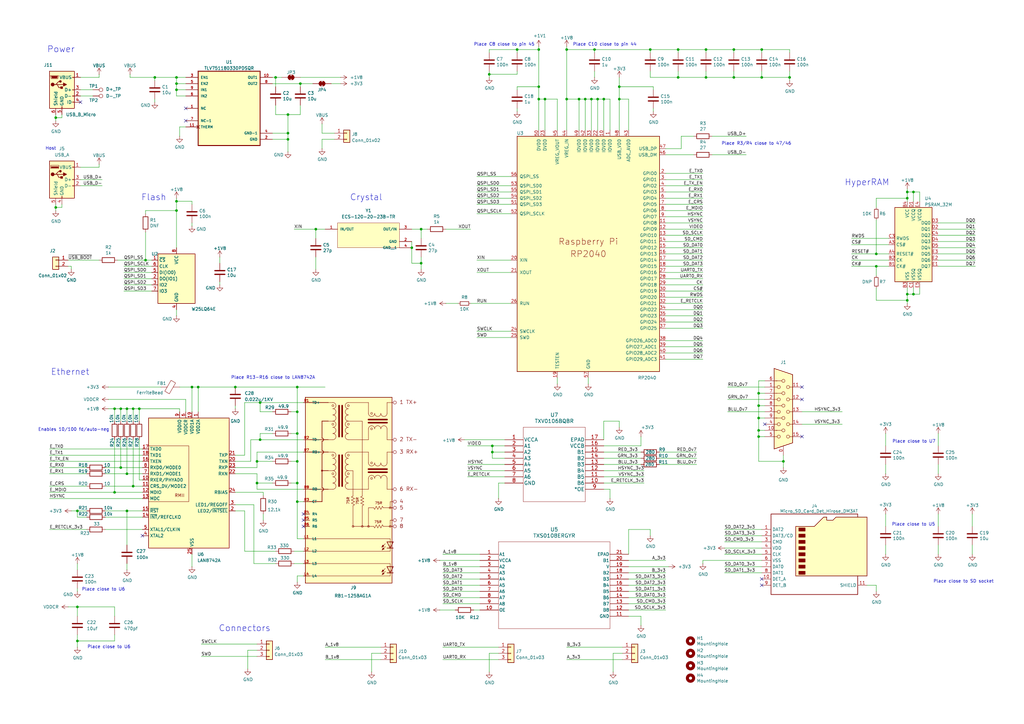
<source format=kicad_sch>
(kicad_sch (version 20231120) (generator "eeschema") (generator_version "8.0")
  (paper "A3")
  (title_block (title "RP2040 PSRAM/SD/Ethernet card") (date "2024-06-12") (rev "2.1") (company "Rob Scott") (comment 1 "Rev 2.0: Integrate Eth/VGA conn remove USB-C pcb conn") (comment 2 "Rev 2.1: Swap ethernet conn, change xtal to 4 pin SMD") (comment 5 "Rev 1.5: Revert level translator, add USB-C pcb connector") (comment 6 "Rev 1.4: Fix footprint, OE connection") (comment 7 "Rev 1.3: Swap out level translator, add VGA") (comment 8 "Rev 1.2: Add additional eth conn, jumpers for SDIO pins") (comment 9 "Rev 1.1: Fixed PSRAM data bus, SD card SPI mode"))
  (junction (at 81.28 158.75))
  (junction (at 123.19 34.29))
  (junction (at 105.41 198.12))
  (junction (at 321.31 189.23))
  (junction (at 72.39 36.83))
  (junction (at 374.65 78.74))
  (junction (at 46.99 201.93))
  (junction (at 232.41 20.32))
  (junction (at 49.53 191.77))
  (junction (at 323.85 31.75))
  (junction (at 121.92 168.91))
  (junction (at 52.07 167.64))
  (junction (at 121.92 158.75))
  (junction (at 372.11 81.28))
  (junction (at 212.09 20.32))
  (junction (at 372.11 123.19))
  (junction (at 311.15 176.53))
  (junction (at 201.93 182.88))
  (junction (at 172.72 107.95))
  (junction (at 245.11 40.64))
  (junction (at 72.39 82.55))
  (junction (at 172.72 93.98))
  (junction (at 254 35.56))
  (junction (at 232.41 40.64))
  (junction (at 78.74 158.75))
  (junction (at 300.99 20.32))
  (junction (at 118.11 57.15))
  (junction (at 54.61 167.64))
  (junction (at 201.93 185.42))
  (junction (at 106.68 165.1))
  (junction (at 113.03 31.75))
  (junction (at 237.49 40.64))
  (junction (at 254 40.64))
  (junction (at 220.98 35.56))
  (junction (at 311.15 179.07))
  (junction (at 121.92 205.74))
  (junction (at 220.98 20.32))
  (junction (at 54.61 199.39))
  (junction (at 46.99 167.64))
  (junction (at 52.07 209.55))
  (junction (at 118.11 54.61))
  (junction (at 359.41 109.22))
  (junction (at 311.15 166.37))
  (junction (at 105.41 189.23))
  (junction (at 63.5 31.75))
  (junction (at 278.13 20.32))
  (junction (at 31.75 248.92))
  (junction (at 168.91 101.6))
  (junction (at 242.57 40.64))
  (junction (at 311.15 161.29))
  (junction (at 372.11 78.74))
  (junction (at 118.11 46.99))
  (junction (at 311.15 171.45))
  (junction (at 240.03 40.64))
  (junction (at 374.65 120.65))
  (junction (at 372.11 120.65))
  (junction (at 31.75 209.55))
  (junction (at 247.65 40.64))
  (junction (at 220.98 40.64))
  (junction (at 22.86 48.26))
  (junction (at 121.92 198.12))
  (junction (at 312.42 31.75))
  (junction (at 57.15 167.64))
  (junction (at 289.56 20.32))
  (junction (at 289.56 31.75))
  (junction (at 59.69 106.68))
  (junction (at 72.39 86.36))
  (junction (at 96.52 158.75))
  (junction (at 266.7 20.32))
  (junction (at 278.13 31.75))
  (junction (at 31.75 262.89))
  (junction (at 49.53 167.64))
  (junction (at 243.84 20.32))
  (junction (at 106.68 180.34))
  (junction (at 52.07 194.31))
  (junction (at 200.66 30.48))
  (junction (at 300.99 31.75))
  (junction (at 312.42 20.32))
  (junction (at 223.52 40.64))
  (junction (at 72.39 31.75))
  (junction (at 121.92 177.8))
  (junction (at 129.54 93.98))
  (junction (at 72.39 34.29))
  (junction (at 22.86 85.09))
  (junction (at 359.41 104.14))
  (junction (at 121.92 189.23))
  (no_connect (at 313.69 173.99))
  (no_connect (at 124.46 215.9))
  (no_connect (at 312.42 237.49))
  (no_connect (at 76.2 44.45))
  (no_connect (at 76.2 49.53))
  (no_connect (at 33.02 41.91))
  (no_connect (at 58.42 219.71))
  (no_connect (at 312.42 240.03))
  (no_connect (at 328.93 163.83))
  (no_connect (at 124.46 210.82))
  (no_connect (at 328.93 158.75))
  (no_connect (at 328.93 179.07))
  (no_connect (at 124.46 213.36))
  (wire (pts (xy 63.5 40.64) (xy 63.5 41.91)))
  (wire (pts (xy 240.03 53.34) (xy 240.03 40.64)))
  (wire (pts (xy 46.99 180.34) (xy 46.99 201.93)))
  (wire (pts (xy 266.7 217.17) (xy 257.81 217.17)))
  (wire (pts (xy 243.84 20.32) (xy 243.84 21.59)))
  (wire (pts (xy 20.32 204.47) (xy 58.42 204.47)))
  (wire (pts (xy 384.81 109.22) (xy 400.05 109.22)))
  (wire (pts (xy 384.81 93.98) (xy 400.05 93.98)))
  (wire (pts (xy 81.28 158.75) (xy 96.52 158.75)))
  (wire (pts (xy 20.32 194.31) (xy 35.56 194.31)))
  (wire (pts (xy 266.7 21.59) (xy 266.7 20.32)))
  (wire (pts (xy 374.65 78.74) (xy 374.65 82.55)))
  (wire (pts (xy 43.18 217.17) (xy 58.42 217.17)))
  (wire (pts (xy 273.05 93.98) (xy 288.29 93.98)))
  (wire (pts (xy 180.34 250.19) (xy 186.69 250.19)))
  (wire (pts (xy 262.89 179.07) (xy 262.89 182.88)))
  (wire (pts (xy 359.41 240.03) (xy 359.41 242.57)))
  (wire (pts (xy 328.93 173.99) (xy 345.44 173.99)))
  (wire (pts (xy 20.32 186.69) (xy 58.42 186.69)))
  (wire (pts (xy 119.38 177.8) (xy 121.92 177.8)))
  (wire (pts (xy 311.15 176.53) (xy 313.69 176.53)))
  (wire (pts (xy 102.87 180.34) (xy 106.68 180.34)))
  (wire (pts (xy 72.39 34.29) (xy 76.2 34.29)))
  (wire (pts (xy 220.98 19.05) (xy 220.98 20.32)))
  (wire (pts (xy 228.6 53.34) (xy 228.6 40.64)))
  (wire (pts (xy 195.58 138.43) (xy 209.55 138.43)))
  (wire (pts (xy 113.03 43.18) (xy 113.03 46.99)))
  (wire (pts (xy 52.07 231.14) (xy 52.07 233.68)))
  (wire (pts (xy 212.09 20.32) (xy 220.98 20.32)))
  (wire (pts (xy 223.52 40.64) (xy 220.98 40.64)))
  (wire (pts (xy 31.75 241.3) (xy 31.75 242.57)))
  (wire (pts (xy 120.65 226.06) (xy 124.46 226.06)))
  (wire (pts (xy 288.29 229.87) (xy 288.29 231.14)))
  (wire (pts (xy 273.05 119.38) (xy 288.29 119.38)))
  (wire (pts (xy 22.86 83.82) (xy 22.86 85.09)))
  (wire (pts (xy 257.81 250.19) (xy 273.05 250.19)))
  (wire (pts (xy 181.61 245.11) (xy 196.85 245.11)))
  (wire (pts (xy 120.65 231.14) (xy 124.46 231.14)))
  (wire (pts (xy 273.05 104.14) (xy 288.29 104.14)))
  (wire (pts (xy 292.1 63.5) (xy 306.07 63.5)))
  (wire (pts (xy 124.46 236.22) (xy 121.92 236.22)))
  (wire (pts (xy 257.81 229.87) (xy 273.05 229.87)))
  (wire (pts (xy 312.42 229.87) (xy 288.29 229.87)))
  (wire (pts (xy 247.65 200.66) (xy 250.19 200.66)))
  (wire (pts (xy 273.05 111.76) (xy 288.29 111.76)))
  (wire (pts (xy 384.81 190.5) (xy 384.81 194.31)))
  (wire (pts (xy 59.69 86.36) (xy 72.39 86.36)))
  (wire (pts (xy 191.77 195.58) (xy 207.01 195.58)))
  (wire (pts (xy 52.07 194.31) (xy 58.42 194.31)))
  (wire (pts (xy 349.25 109.22) (xy 359.41 109.22)))
  (wire (pts (xy 243.84 20.32) (xy 266.7 20.32)))
  (wire (pts (xy 313.69 156.21) (xy 311.15 156.21)))
  (wire (pts (xy 372.11 78.74) (xy 374.65 78.74)))
  (wire (pts (xy 273.05 71.12) (xy 288.29 71.12)))
  (wire (pts (xy 190.5 180.34) (xy 207.01 180.34)))
  (wire (pts (xy 50.8 116.84) (xy 62.23 116.84)))
  (wire (pts (xy 181.61 265.43) (xy 204.47 265.43)))
  (wire (pts (xy 72.39 127) (xy 72.39 129.54)))
  (wire (pts (xy 195.58 78.74) (xy 209.55 78.74)))
  (wire (pts (xy 105.41 198.12) (xy 111.76 198.12)))
  (wire (pts (xy 46.99 167.64) (xy 46.99 172.72)))
  (wire (pts (xy 96.52 194.31) (xy 105.41 194.31)))
  (wire (pts (xy 43.18 194.31) (xy 52.07 194.31)))
  (wire (pts (xy 191.77 182.88) (xy 201.93 182.88)))
  (wire (pts (xy 311.15 171.45) (xy 311.15 176.53)))
  (wire (pts (xy 254 40.64) (xy 257.81 40.64)))
  (wire (pts (xy 33.02 76.2) (xy 41.91 76.2)))
  (wire (pts (xy 111.76 31.75) (xy 113.03 31.75)))
  (wire (pts (xy 129.54 93.98) (xy 129.54 97.79)))
  (wire (pts (xy 250.19 200.66) (xy 250.19 204.47)))
  (wire (pts (xy 247.65 53.34) (xy 247.65 40.64)))
  (wire (pts (xy 257.81 245.11) (xy 273.05 245.11)))
  (wire (pts (xy 212.09 44.45) (xy 212.09 45.72)))
  (wire (pts (xy 297.18 224.79) (xy 312.42 224.79)))
  (wire (pts (xy 49.53 180.34) (xy 49.53 191.77)))
  (wire (pts (xy 118.11 57.15) (xy 118.11 62.23)))
  (wire (pts (xy 398.78 210.82) (xy 398.78 215.9)))
  (wire (pts (xy 220.98 35.56) (xy 220.98 40.64)))
  (wire (pts (xy 374.65 120.65) (xy 377.19 120.65)))
  (wire (pts (xy 254 172.72) (xy 254 175.26)))
  (wire (pts (xy 129.54 93.98) (xy 133.35 93.98)))
  (wire (pts (xy 273.05 60.96) (xy 279.4 60.96)))
  (wire (pts (xy 273.05 124.46) (xy 288.29 124.46)))
  (wire (pts (xy 102.87 180.34) (xy 102.87 189.23)))
  (wire (pts (xy 44.45 158.75) (xy 66.04 158.75)))
  (wire (pts (xy 207.01 198.12) (xy 204.47 198.12)))
  (wire (pts (xy 57.15 180.34) (xy 57.15 196.85)))
  (wire (pts (xy 52.07 167.64) (xy 54.61 167.64)))
  (wire (pts (xy 384.81 101.6) (xy 400.05 101.6)))
  (wire (pts (xy 27.94 248.92) (xy 31.75 248.92)))
  (wire (pts (xy 267.97 44.45) (xy 267.97 45.72)))
  (wire (pts (xy 384.81 104.14) (xy 400.05 104.14)))
  (wire (pts (xy 257.81 240.03) (xy 273.05 240.03)))
  (wire (pts (xy 298.45 168.91) (xy 313.69 168.91)))
  (wire (pts (xy 48.26 106.68) (xy 59.69 106.68)))
  (wire (pts (xy 266.7 29.21) (xy 266.7 31.75)))
  (wire (pts (xy 257.81 247.65) (xy 273.05 247.65)))
  (wire (pts (xy 96.52 186.69) (xy 100.33 186.69)))
  (wire (pts (xy 81.28 158.75) (xy 81.28 168.91)))
  (wire (pts (xy 257.81 242.57) (xy 273.05 242.57)))
  (wire (pts (xy 209.55 72.39) (xy 195.58 72.39)))
  (wire (pts (xy 273.05 83.82) (xy 288.29 83.82)))
  (wire (pts (xy 33.02 68.58) (xy 40.64 68.58)))
  (wire (pts (xy 72.39 82.55) (xy 72.39 86.36)))
  (wire (pts (xy 232.41 270.51) (xy 255.27 270.51)))
  (wire (pts (xy 31.75 209.55) (xy 31.75 212.09)))
  (wire (pts (xy 20.32 217.17) (xy 35.56 217.17)))
  (wire (pts (xy 247.65 172.72) (xy 254 172.72)))
  (wire (pts (xy 312.42 20.32) (xy 323.85 20.32)))
  (wire (pts (xy 100.33 209.55) (xy 100.33 226.06)))
  (wire (pts (xy 31.75 248.92) (xy 46.99 248.92)))
  (wire (pts (xy 279.4 55.88) (xy 279.4 60.96)))
  (wire (pts (xy 20.32 201.93) (xy 46.99 201.93)))
  (wire (pts (xy 133.35 270.51) (xy 156.21 270.51)))
  (wire (pts (xy 78.74 91.44) (xy 78.74 92.71)))
  (wire (pts (xy 137.16 54.61) (xy 132.08 54.61)))
  (wire (pts (xy 181.61 240.03) (xy 196.85 240.03)))
  (wire (pts (xy 377.19 120.65) (xy 377.19 118.11)))
  (wire (pts (xy 273.05 101.6) (xy 288.29 101.6)))
  (wire (pts (xy 270.51 185.42) (xy 285.75 185.42)))
  (wire (pts (xy 200.66 21.59) (xy 200.66 20.32)))
  (wire (pts (xy 57.15 196.85) (xy 58.42 196.85)))
  (wire (pts (xy 240.03 40.64) (xy 242.57 40.64)))
  (wire (pts (xy 266.7 20.32) (xy 278.13 20.32)))
  (wire (pts (xy 25.4 85.09) (xy 22.86 85.09)))
  (wire (pts (xy 257.81 232.41) (xy 274.32 232.41)))
  (wire (pts (xy 78.74 227.33) (xy 78.74 232.41)))
  (wire (pts (xy 133.35 265.43) (xy 156.21 265.43)))
  (wire (pts (xy 72.39 36.83) (xy 76.2 36.83)))
  (wire (pts (xy 241.3 154.94) (xy 241.3 157.48)))
  (wire (pts (xy 29.21 109.22) (xy 29.21 110.49)))
  (wire (pts (xy 311.15 166.37) (xy 311.15 171.45)))
  (wire (pts (xy 123.19 34.29) (xy 128.27 34.29)))
  (wire (pts (xy 100.33 226.06) (xy 113.03 226.06)))
  (wire (pts (xy 121.92 177.8) (xy 121.92 189.23)))
  (wire (pts (xy 181.61 234.95) (xy 196.85 234.95)))
  (wire (pts (xy 297.18 222.25) (xy 312.42 222.25)))
  (wire (pts (xy 105.41 198.12) (xy 105.41 194.31)))
  (wire (pts (xy 278.13 31.75) (xy 266.7 31.75)))
  (wire (pts (xy 273.05 63.5) (xy 284.48 63.5)))
  (wire (pts (xy 54.61 199.39) (xy 58.42 199.39)))
  (wire (pts (xy 311.15 161.29) (xy 311.15 166.37)))
  (wire (pts (xy 49.53 191.77) (xy 58.42 191.77)))
  (wire (pts (xy 289.56 20.32) (xy 300.99 20.32)))
  (wire (pts (xy 57.15 167.64) (xy 73.66 167.64)))
  (wire (pts (xy 363.22 190.5) (xy 363.22 194.31)))
  (wire (pts (xy 195.58 83.82) (xy 209.55 83.82)))
  (wire (pts (xy 172.72 93.98) (xy 175.26 93.98)))
  (wire (pts (xy 120.65 93.98) (xy 129.54 93.98)))
  (wire (pts (xy 328.93 168.91) (xy 345.44 168.91)))
  (wire (pts (xy 262.89 252.73) (xy 262.89 256.54)))
  (wire (pts (xy 22.86 48.26) (xy 22.86 49.53)))
  (wire (pts (xy 384.81 177.8) (xy 384.81 182.88)))
  (wire (pts (xy 57.15 167.64) (xy 57.15 172.72)))
  (wire (pts (xy 359.41 90.17) (xy 359.41 104.14)))
  (wire (pts (xy 207.01 187.96) (xy 201.93 187.96)))
  (wire (pts (xy 96.52 166.37) (xy 96.52 167.64)))
  (wire (pts (xy 172.72 93.98) (xy 172.72 97.79)))
  (wire (pts (xy 132.08 54.61) (xy 132.08 50.8)))
  (wire (pts (xy 257.81 40.64) (xy 257.81 53.34)))
  (wire (pts (xy 111.76 177.8) (xy 106.68 177.8)))
  (wire (pts (xy 384.81 91.44) (xy 400.05 91.44)))
  (wire (pts (xy 172.72 105.41) (xy 172.72 107.95)))
  (wire (pts (xy 228.6 40.64) (xy 223.52 40.64)))
  (wire (pts (xy 374.65 78.74) (xy 377.19 78.74)))
  (wire (pts (xy 297.18 234.95) (xy 312.42 234.95)))
  (wire (pts (xy 278.13 21.59) (xy 278.13 20.32)))
  (wire (pts (xy 254 40.64) (xy 254 53.34)))
  (wire (pts (xy 273.05 114.3) (xy 288.29 114.3)))
  (wire (pts (xy 384.81 223.52) (xy 384.81 227.33)))
  (wire (pts (xy 273.05 132.08) (xy 288.29 132.08)))
  (wire (pts (xy 78.74 158.75) (xy 78.74 168.91)))
  (wire (pts (xy 372.11 81.28) (xy 359.41 81.28)))
  (wire (pts (xy 123.19 34.29) (xy 123.19 35.56)))
  (wire (pts (xy 53.34 30.48) (xy 53.34 31.75)))
  (wire (pts (xy 200.66 30.48) (xy 200.66 31.75)))
  (wire (pts (xy 121.92 158.75) (xy 121.92 168.91)))
  (wire (pts (xy 105.41 200.66) (xy 105.41 198.12)))
  (wire (pts (xy 54.61 180.34) (xy 54.61 199.39)))
  (wire (pts (xy 104.14 231.14) (xy 113.03 231.14)))
  (wire (pts (xy 132.08 57.15) (xy 132.08 60.96)))
  (wire (pts (xy 40.64 67.31) (xy 40.64 68.58)))
  (wire (pts (xy 232.41 20.32) (xy 243.84 20.32)))
  (wire (pts (xy 311.15 161.29) (xy 313.69 161.29)))
  (wire (pts (xy 384.81 99.06) (xy 400.05 99.06)))
  (wire (pts (xy 247.65 185.42) (xy 262.89 185.42)))
  (wire (pts (xy 113.03 31.75) (xy 113.03 35.56)))
  (wire (pts (xy 101.6 266.7) (xy 101.6 274.32)))
  (wire (pts (xy 359.41 81.28) (xy 359.41 85.09)))
  (wire (pts (xy 262.89 182.88) (xy 247.65 182.88)))
  (wire (pts (xy 257.81 237.49) (xy 273.05 237.49)))
  (wire (pts (xy 72.39 31.75) (xy 76.2 31.75)))
  (wire (pts (xy 200.66 29.21) (xy 200.66 30.48)))
  (wire (pts (xy 349.25 97.79) (xy 364.49 97.79)))
  (wire (pts (xy 223.52 53.34) (xy 223.52 40.64)))
  (wire (pts (xy 25.4 48.26) (xy 22.86 48.26)))
  (wire (pts (xy 220.98 20.32) (xy 220.98 35.56)))
  (wire (pts (xy 25.4 83.82) (xy 25.4 85.09)))
  (wire (pts (xy 181.61 270.51) (xy 204.47 270.51)))
  (wire (pts (xy 372.11 78.74) (xy 372.11 81.28)))
  (wire (pts (xy 100.33 186.69) (xy 100.33 165.1)))
  (wire (pts (xy 209.55 87.63) (xy 195.58 87.63)))
  (wire (pts (xy 33.02 31.75) (xy 40.64 31.75)))
  (wire (pts (xy 273.05 91.44) (xy 288.29 91.44)))
  (wire (pts (xy 232.41 53.34) (xy 232.41 40.64)))
  (wire (pts (xy 181.61 247.65) (xy 196.85 247.65)))
  (wire (pts (xy 106.68 180.34) (xy 124.46 180.34)))
  (wire (pts (xy 31.75 248.92) (xy 31.75 252.73)))
  (wire (pts (xy 372.11 77.47) (xy 372.11 78.74)))
  (wire (pts (xy 44.45 163.83) (xy 76.2 163.83)))
  (wire (pts (xy 297.18 219.71) (xy 312.42 219.71)))
  (wire (pts (xy 72.39 39.37) (xy 76.2 39.37)))
  (wire (pts (xy 247.65 198.12) (xy 264.16 198.12)))
  (wire (pts (xy 273.05 139.7) (xy 288.29 139.7)))
  (wire (pts (xy 247.65 193.04) (xy 264.16 193.04)))
  (wire (pts (xy 311.15 166.37) (xy 313.69 166.37)))
  (wire (pts (xy 273.05 144.78) (xy 288.29 144.78)))
  (wire (pts (xy 40.64 30.48) (xy 40.64 31.75)))
  (wire (pts (xy 195.58 106.68) (xy 209.55 106.68)))
  (wire (pts (xy 22.86 85.09) (xy 22.86 86.36)))
  (wire (pts (xy 49.53 167.64) (xy 49.53 172.72)))
  (wire (pts (xy 191.77 190.5) (xy 207.01 190.5)))
  (wire (pts (xy 181.61 232.41) (xy 196.85 232.41)))
  (wire (pts (xy 312.42 29.21) (xy 312.42 31.75)))
  (wire (pts (xy 300.99 31.75) (xy 312.42 31.75)))
  (wire (pts (xy 52.07 209.55) (xy 58.42 209.55)))
  (wire (pts (xy 254 35.56) (xy 254 40.64)))
  (wire (pts (xy 180.34 229.87) (xy 196.85 229.87)))
  (wire (pts (xy 73.66 167.64) (xy 73.66 168.91)))
  (wire (pts (xy 121.92 168.91) (xy 121.92 177.8)))
  (wire (pts (xy 232.41 19.05) (xy 232.41 20.32)))
  (wire (pts (xy 273.05 76.2) (xy 288.29 76.2)))
  (wire (pts (xy 363.22 223.52) (xy 363.22 227.33)))
  (wire (pts (xy 78.74 83.82) (xy 78.74 82.55)))
  (wire (pts (xy 107.95 201.93) (xy 107.95 203.2)))
  (wire (pts (xy 247.65 40.64) (xy 250.19 40.64)))
  (wire (pts (xy 22.86 46.99) (xy 22.86 48.26)))
  (wire (pts (xy 232.41 40.64) (xy 237.49 40.64)))
  (wire (pts (xy 242.57 40.64) (xy 245.11 40.64)))
  (wire (pts (xy 195.58 81.28) (xy 209.55 81.28)))
  (wire (pts (xy 372.11 118.11) (xy 372.11 120.65)))
  (wire (pts (xy 63.5 33.02) (xy 63.5 31.75)))
  (wire (pts (xy 292.1 55.88) (xy 306.07 55.88)))
  (wire (pts (xy 50.8 109.22) (xy 62.23 109.22)))
  (wire (pts (xy 321.31 186.69) (xy 321.31 189.23)))
  (wire (pts (xy 200.66 20.32) (xy 212.09 20.32)))
  (wire (pts (xy 181.61 237.49) (xy 196.85 237.49)))
  (wire (pts (xy 72.39 34.29) (xy 72.39 36.83)))
  (wire (pts (xy 43.18 191.77) (xy 49.53 191.77)))
  (wire (pts (xy 72.39 31.75) (xy 72.39 34.29)))
  (wire (pts (xy 355.6 240.03) (xy 359.41 240.03)))
  (wire (pts (xy 182.88 93.98) (xy 193.04 93.98)))
  (wire (pts (xy 121.92 198.12) (xy 121.92 205.74)))
  (wire (pts (xy 96.52 191.77) (xy 105.41 191.77)))
  (wire (pts (xy 212.09 21.59) (xy 212.09 20.32)))
  (wire (pts (xy 105.41 200.66) (xy 124.46 200.66)))
  (wire (pts (xy 78.74 82.55) (xy 72.39 82.55)))
  (wire (pts (xy 46.99 262.89) (xy 46.99 260.35)))
  (wire (pts (xy 195.58 135.89) (xy 209.55 135.89)))
  (wire (pts (xy 257.81 252.73) (xy 262.89 252.73)))
  (wire (pts (xy 200.66 267.97) (xy 200.66 275.59)))
  (wire (pts (xy 73.66 158.75) (xy 78.74 158.75)))
  (wire (pts (xy 106.68 177.8) (xy 106.68 180.34)))
  (wire (pts (xy 96.52 209.55) (xy 100.33 209.55)))
  (wire (pts (xy 311.15 156.21) (xy 311.15 161.29)))
  (wire (pts (xy 372.11 81.28) (xy 372.11 82.55)))
  (wire (pts (xy 49.53 167.64) (xy 52.07 167.64)))
  (wire (pts (xy 273.05 147.32) (xy 288.29 147.32)))
  (wire (pts (xy 46.99 248.92) (xy 46.99 252.73)))
  (wire (pts (xy 273.05 86.36) (xy 288.29 86.36)))
  (wire (pts (xy 118.11 46.99) (xy 123.19 46.99)))
  (wire (pts (xy 251.46 267.97) (xy 251.46 275.59)))
  (wire (pts (xy 113.03 31.75) (xy 115.57 31.75)))
  (wire (pts (xy 372.11 120.65) (xy 372.11 123.19)))
  (wire (pts (xy 372.11 123.19) (xy 372.11 124.46)))
  (wire (pts (xy 135.89 34.29) (xy 139.7 34.29)))
  (wire (pts (xy 245.11 53.34) (xy 245.11 40.64)))
  (wire (pts (xy 76.2 52.07) (xy 73.66 52.07)))
  (wire (pts (xy 311.15 176.53) (xy 311.15 179.07)))
  (wire (pts (xy 359.41 109.22) (xy 364.49 109.22)))
  (wire (pts (xy 53.34 31.75) (xy 63.5 31.75)))
  (wire (pts (xy 311.15 179.07) (xy 311.15 189.23)))
  (wire (pts (xy 270.51 187.96) (xy 285.75 187.96)))
  (wire (pts (xy 182.88 124.46) (xy 187.96 124.46)))
  (wire (pts (xy 137.16 57.15) (xy 132.08 57.15)))
  (wire (pts (xy 121.92 236.22) (xy 121.92 238.76)))
  (wire (pts (xy 247.65 190.5) (xy 262.89 190.5)))
  (wire (pts (xy 54.61 167.64) (xy 54.61 172.72)))
  (wire (pts (xy 105.41 266.7) (xy 101.6 266.7)))
  (wire (pts (xy 232.41 20.32) (xy 232.41 40.64)))
  (wire (pts (xy 372.11 120.65) (xy 374.65 120.65)))
  (wire (pts (xy 121.92 220.98) (xy 124.46 220.98)))
  (wire (pts (xy 59.69 95.25) (xy 59.69 106.68)))
  (wire (pts (xy 297.18 217.17) (xy 312.42 217.17)))
  (wire (pts (xy 105.41 185.42) (xy 105.41 189.23)))
  (wire (pts (xy 20.32 189.23) (xy 58.42 189.23)))
  (wire (pts (xy 312.42 31.75) (xy 323.85 31.75)))
  (wire (pts (xy 90.17 105.41) (xy 90.17 107.95)))
  (wire (pts (xy 273.05 99.06) (xy 288.29 99.06)))
  (wire (pts (xy 323.85 31.75) (xy 323.85 33.02)))
  (wire (pts (xy 228.6 154.94) (xy 228.6 157.48)))
  (wire (pts (xy 96.52 158.75) (xy 121.92 158.75)))
  (wire (pts (xy 119.38 168.91) (xy 121.92 168.91)))
  (wire (pts (xy 220.98 40.64) (xy 220.98 53.34)))
  (wire (pts (xy 384.81 96.52) (xy 400.05 96.52)))
  (wire (pts (xy 191.77 193.04) (xy 207.01 193.04)))
  (wire (pts (xy 257.81 234.95) (xy 273.05 234.95)))
  (wire (pts (xy 111.76 54.61) (xy 118.11 54.61)))
  (wire (pts (xy 119.38 189.23) (xy 121.92 189.23)))
  (wire (pts (xy 121.92 205.74) (xy 124.46 205.74)))
  (wire (pts (xy 359.41 109.22) (xy 359.41 113.03)))
  (wire (pts (xy 359.41 104.14) (xy 364.49 104.14)))
  (wire (pts (xy 106.68 165.1) (xy 124.46 165.1)))
  (wire (pts (xy 212.09 35.56) (xy 220.98 35.56)))
  (wire (pts (xy 250.19 40.64) (xy 250.19 53.34)))
  (wire (pts (xy 247.65 187.96) (xy 262.89 187.96)))
  (wire (pts (xy 321.31 189.23) (xy 321.31 191.77)))
  (wire (pts (xy 266.7 219.71) (xy 266.7 217.17)))
  (wire (pts (xy 54.61 167.64) (xy 57.15 167.64)))
  (wire (pts (xy 278.13 20.32) (xy 289.56 20.32)))
  (wire (pts (xy 273.05 73.66) (xy 288.29 73.66)))
  (wire (pts (xy 257.81 217.17) (xy 257.81 227.33)))
  (wire (pts (xy 298.45 158.75) (xy 313.69 158.75)))
  (wire (pts (xy 78.74 158.75) (xy 81.28 158.75)))
  (wire (pts (xy 105.41 185.42) (xy 124.46 185.42)))
  (wire (pts (xy 273.05 127) (xy 288.29 127)))
  (wire (pts (xy 82.55 269.24) (xy 105.41 269.24)))
  (wire (pts (xy 243.84 29.21) (xy 243.84 31.75)))
  (wire (pts (xy 50.8 111.76) (xy 62.23 111.76)))
  (wire (pts (xy 311.15 179.07) (xy 313.69 179.07)))
  (wire (pts (xy 50.8 114.3) (xy 62.23 114.3)))
  (wire (pts (xy 168.91 99.06) (xy 168.91 101.6)))
  (wire (pts (xy 181.61 227.33) (xy 196.85 227.33)))
  (wire (pts (xy 384.81 210.82) (xy 384.81 215.9)))
  (wire (pts (xy 72.39 36.83) (xy 72.39 39.37)))
  (wire (pts (xy 52.07 167.64) (xy 52.07 172.72)))
  (wire (pts (xy 111.76 34.29) (xy 123.19 34.29)))
  (wire (pts (xy 44.45 167.64) (xy 46.99 167.64)))
  (wire (pts (xy 384.81 106.68) (xy 400.05 106.68)))
  (wire (pts (xy 300.99 20.32) (xy 312.42 20.32)))
  (wire (pts (xy 270.51 190.5) (xy 285.75 190.5)))
  (wire (pts (xy 212.09 30.48) (xy 212.09 29.21)))
  (wire (pts (xy 31.75 209.55) (xy 35.56 209.55)))
  (wire (pts (xy 273.05 109.22) (xy 288.29 109.22)))
  (wire (pts (xy 31.75 262.89) (xy 31.75 265.43)))
  (wire (pts (xy 273.05 96.52) (xy 288.29 96.52)))
  (wire (pts (xy 349.25 100.33) (xy 364.49 100.33)))
  (wire (pts (xy 43.18 199.39) (xy 54.61 199.39)))
  (wire (pts (xy 254 35.56) (xy 267.97 35.56)))
  (wire (pts (xy 43.18 212.09) (xy 58.42 212.09)))
  (wire (pts (xy 40.64 106.68) (xy 27.94 106.68)))
  (wire (pts (xy 349.25 106.68) (xy 364.49 106.68)))
  (wire (pts (xy 273.05 134.62) (xy 288.29 134.62)))
  (wire (pts (xy 201.93 185.42) (xy 207.01 185.42)))
  (wire (pts (xy 201.93 185.42) (xy 201.93 182.88)))
  (wire (pts (xy 312.42 21.59) (xy 312.42 20.32)))
  (wire (pts (xy 232.41 265.43) (xy 255.27 265.43)))
  (wire (pts (xy 194.31 250.19) (xy 196.85 250.19)))
  (wire (pts (xy 31.75 260.35) (xy 31.75 262.89)))
  (wire (pts (xy 237.49 40.64) (xy 240.03 40.64)))
  (wire (pts (xy 31.75 262.89) (xy 46.99 262.89)))
  (wire (pts (xy 359.41 123.19) (xy 372.11 123.19)))
  (wire (pts (xy 152.4 267.97) (xy 152.4 275.59)))
  (wire (pts (xy 398.78 223.52) (xy 398.78 227.33)))
  (wire (pts (xy 273.05 88.9) (xy 288.29 88.9)))
  (wire (pts (xy 33.02 73.66) (xy 41.91 73.66)))
  (wire (pts (xy 298.45 163.83) (xy 313.69 163.83)))
  (wire (pts (xy 297.18 232.41) (xy 312.42 232.41)))
  (wire (pts (xy 273.05 116.84) (xy 288.29 116.84)))
  (wire (pts (xy 237.49 53.34) (xy 237.49 40.64)))
  (wire (pts (xy 377.19 78.74) (xy 377.19 82.55)))
  (wire (pts (xy 72.39 86.36) (xy 72.39 101.6)))
  (wire (pts (xy 212.09 36.83) (xy 212.09 35.56)))
  (wire (pts (xy 255.27 267.97) (xy 251.46 267.97)))
  (wire (pts (xy 297.18 227.33) (xy 312.42 227.33)))
  (wire (pts (xy 20.32 191.77) (xy 35.56 191.77)))
  (wire (pts (xy 279.4 55.88) (xy 284.48 55.88)))
  (wire (pts (xy 363.22 210.82) (xy 363.22 215.9)))
  (wire (pts (xy 273.05 81.28) (xy 288.29 81.28)))
  (wire (pts (xy 52.07 209.55) (xy 52.07 223.52)))
  (wire (pts (xy 31.75 231.14) (xy 31.75 233.68)))
  (wire (pts (xy 20.32 184.15) (xy 58.42 184.15)))
  (wire (pts (xy 121.92 205.74) (xy 121.92 220.98)))
  (wire (pts (xy 168.91 101.6) (xy 168.91 107.95)))
  (wire (pts (xy 289.56 29.21) (xy 289.56 31.75)))
  (wire (pts (xy 168.91 107.95) (xy 172.72 107.95)))
  (wire (pts (xy 172.72 107.95) (xy 172.72 110.49)))
  (wire (pts (xy 90.17 115.57) (xy 90.17 116.84)))
  (wire (pts (xy 118.11 54.61) (xy 118.11 57.15)))
  (wire (pts (xy 349.25 104.14) (xy 359.41 104.14)))
  (wire (pts (xy 273.05 78.74) (xy 288.29 78.74)))
  (wire (pts (xy 123.19 46.99) (xy 123.19 43.18)))
  (wire (pts (xy 111.76 57.15) (xy 118.11 57.15)))
  (wire (pts (xy 105.41 189.23) (xy 105.41 191.77)))
  (wire (pts (xy 63.5 31.75) (xy 72.39 31.75)))
  (wire (pts (xy 113.03 46.99) (xy 118.11 46.99)))
  (wire (pts (xy 156.21 267.97) (xy 152.4 267.97)))
  (wire (pts (xy 107.95 201.93) (xy 96.52 201.93)))
  (wire (pts (xy 289.56 31.75) (xy 278.13 31.75)))
  (wire (pts (xy 96.52 189.23) (xy 102.87 189.23)))
  (wire (pts (xy 72.39 81.28) (xy 72.39 82.55)))
  (wire (pts (xy 204.47 267.97) (xy 200.66 267.97)))
  (wire (pts (xy 105.41 189.23) (xy 111.76 189.23)))
  (wire (pts (xy 201.93 187.96) (xy 201.93 185.42)))
  (wire (pts (xy 273.05 106.68) (xy 288.29 106.68)))
  (wire (pts (xy 100.33 165.1) (xy 106.68 165.1)))
  (wire (pts (xy 300.99 29.21) (xy 300.99 31.75)))
  (wire (pts (xy 129.54 105.41) (xy 129.54 110.49)))
  (wire (pts (xy 59.69 106.68) (xy 62.23 106.68)))
  (wire (pts (xy 247.65 195.58) (xy 264.16 195.58)))
  (wire (pts (xy 242.57 40.64) (xy 242.57 53.34)))
  (wire (pts (xy 119.38 198.12) (xy 121.92 198.12)))
  (wire (pts (xy 289.56 21.59) (xy 289.56 20.32)))
  (wire (pts (xy 201.93 182.88) (xy 207.01 182.88)))
  (wire (pts (xy 111.76 168.91) (xy 106.68 168.91)))
  (wire (pts (xy 300.99 31.75) (xy 289.56 31.75)))
  (wire (pts (xy 273.05 129.54) (xy 288.29 129.54)))
  (wire (pts (xy 76.2 163.83) (xy 76.2 168.91)))
  (wire (pts (xy 359.41 118.11) (xy 359.41 123.19)))
  (wire (pts (xy 254 31.75) (xy 254 35.56)))
  (wire (pts (xy 106.68 168.91) (xy 106.68 165.1)))
  (wire (pts (xy 33.02 39.37) (xy 38.1 39.37)))
  (wire (pts (xy 82.55 264.16) (xy 105.41 264.16)))
  (wire (pts (xy 123.19 31.75) (xy 139.7 31.75)))
  (wire (pts (xy 193.04 124.46) (xy 209.55 124.46)))
  (wire (pts (xy 168.91 93.98) (xy 172.72 93.98)))
  (wire (pts (xy 273.05 142.24) (xy 288.29 142.24)))
  (wire (pts (xy 43.18 209.55) (xy 52.07 209.55)))
  (wire (pts (xy 73.66 52.07) (xy 73.66 55.88)))
  (wire (pts (xy 121.92 158.75) (xy 133.35 158.75)))
  (wire (pts (xy 209.55 111.76) (xy 195.58 111.76)))
  (wire (pts (xy 107.95 210.82) (xy 107.95 213.36)))
  (wire (pts (xy 59.69 86.36) (xy 59.69 87.63)))
  (wire (pts (xy 311.15 189.23) (xy 321.31 189.23)))
  (wire (pts (xy 323.85 21.59) (xy 323.85 20.32)))
  (wire (pts (xy 374.65 118.11) (xy 374.65 120.65)))
  (wire (pts (xy 200.66 30.48) (xy 212.09 30.48)))
  (wire (pts (xy 181.61 242.57) (xy 196.85 242.57)))
  (wire (pts (xy 46.99 201.93) (xy 58.42 201.93)))
  (wire (pts (xy 104.14 207.01) (xy 104.14 231.14)))
  (wire (pts (xy 300.99 21.59) (xy 300.99 20.32)))
  (wire (pts (xy 20.32 199.39) (xy 35.56 199.39)))
  (wire (pts (xy 52.07 180.34) (xy 52.07 194.31)))
  (wire (pts (xy 273.05 121.92) (xy 288.29 121.92)))
  (wire (pts (xy 27.94 109.22) (xy 29.21 109.22)))
  (wire (pts (xy 46.99 167.64) (xy 49.53 167.64)))
  (wire (pts (xy 278.13 29.21) (xy 278.13 31.75)))
  (wire (pts (xy 363.22 177.8) (xy 363.22 182.88)))
  (wire (pts (xy 267.97 35.56) (xy 267.97 36.83)))
  (wire (pts (xy 29.21 209.55) (xy 31.75 209.55)))
  (wire (pts (xy 50.8 119.38) (xy 62.23 119.38)))
  (wire (pts (xy 311.15 171.45) (xy 313.69 171.45)))
  (wire (pts (xy 25.4 46.99) (xy 25.4 48.26)))
  (wire (pts (xy 96.52 207.01) (xy 104.14 207.01)))
  (wire (pts (xy 323.85 29.21) (xy 323.85 31.75)))
  (wire (pts (xy 31.75 212.09) (xy 35.56 212.09)))
  (wire (pts (xy 204.47 198.12) (xy 204.47 204.47)))
  (wire (pts (xy 247.65 180.34) (xy 247.65 172.72)))
  (wire (pts (xy 245.11 40.64) (xy 247.65 40.64)))
  (wire (pts (xy 195.58 76.2) (xy 209.55 76.2)))
  (wire (pts (xy 118.11 46.99) (xy 118.11 54.61)))
  (wire (pts (xy 121.92 189.23) (xy 121.92 198.12)))
  (wire (pts (xy 33.02 36.83) (xy 38.1 36.83)))
  (text "Connectors" (at 100.33 257.81 0) (effects (font (size 2.54 2.54))))
  (text "Place close to SD socket" (at 382.778 239.268 0) (effects (font (size 1.27 1.27)) (justify left bottom)))
  (text "Place R13-R16 close to LAN8742A" (at 112.014 154.94 0) (effects (font (size 1.27 1.27))))
  (text "Flash" (at 57.912 82.55 0) (effects (font (size 2.54 2.54)) (justify left bottom)))
  (text "Host" (at 20.828 60.96 0) (effects (font (size 1.27 1.27))))
  (text "Place R3/R4 close to 47/46" (at 295.91 59.69 0) (effects (font (size 1.27 1.27)) (justify left bottom)))
  (text "Enables 10/100 fd/auto-neg" (at 30.226 176.276 0) (effects (font (size 1.27 1.27))))
  (text "Place close to U6" (exclude_from_sim yes) (at 42.418 241.808 0) (effects (font (size 1.27 1.27))))
  (text "Power" (at 19.304 21.844 0) (effects (font (size 2.54 2.54)) (justify left bottom)))
  (text "Place close to U5" (at 365.76 215.9 0) (effects (font (size 1.27 1.27)) (justify left bottom)))
  (text "Place C8 close to pin 45" (at 194.31 19.05 0) (effects (font (size 1.27 1.27)) (justify left bottom)))
  (text "HyperRAM" (at 355.6 74.93 0) (effects (font (size 2.54 2.54))))
  (text "Crystal" (at 143.51 82.55 0) (effects (font (size 2.54 2.54)) (justify left bottom)))
  (text "Place close to U6" (exclude_from_sim yes) (at 44.704 265.43 0) (effects (font (size 1.27 1.27))))
  (text "Place C10 close to pin 44" (at 234.95 19.05 0) (effects (font (size 1.27 1.27)) (justify left bottom)))
  (text "Ethernet" (at 20.828 154.178 0) (effects (font (size 2.54 2.54)) (justify left bottom)))
  (text "Place close to U7\n" (at 365.9389 181.8875 0) (effects (font (size 1.27 1.27)) (justify left bottom)))
  (label "QSPI_SD0" (at 50.8 111.76 0))
  (label "VSYNC_3v3" (at 334.01 173.99 0))
  (label "A_3v3" (at 273.05 229.87 180))
  (label "RESET#" (at 349.25 104.14 0))
  (label "E_TX0" (at 20.32 184.15 0))
  (label "VSYNC" (at 288.29 91.44 180))
  (label "E_RETCLK" (at 191.77 195.58 0))
  (label "RED_0v7" (at 285.75 185.42 180))
  (label "UART0_RX" (at 181.61 270.51 0))
  (label "SD_SCLK_3v3" (at 273.05 250.19 180))
  (label "SD_DAT1_3v3" (at 297.18 234.95 0))
  (label "HSYNC_3v3" (at 264.16 193.04 180))
  (label "B_3v3" (at 273.05 234.95 180))
  (label "E_RETCLK" (at 288.29 124.46 180))
  (label "A_1v8" (at 133.35 265.43 0))
  (label "XOUT" (at 193.04 93.98 180))
  (label "SD_DAT3" (at 288.29 109.22 180))
  (label "DQ3" (at 400.05 99.06 180))
  (label "QSPI_SS" (at 50.8 106.68 0))
  (label "DQ7" (at 400.05 109.22 180))
  (label "CK" (at 288.29 116.84 180))
  (label "BLU_3v3" (at 261.62 190.5 180))
  (label "SD_DAT2_3v3" (at 273.05 240.03 180))
  (label "SD_CMD" (at 181.61 245.11 0))
  (label "XOUT" (at 195.58 111.76 0))
  (label "SD_SCLK_3v3" (at 297.18 227.33 0))
  (label "QSPI_SD1" (at 50.8 114.3 0))
  (label "XIN" (at 120.65 93.98 0))
  (label "SD_DAT2" (at 181.61 237.49 0))
  (label "SD_DAT0_3v3" (at 273.05 245.11 180))
  (label "SD_DAT0_3v3" (at 297.18 232.41 0))
  (label "DQ5" (at 288.29 142.24 180))
  (label "QSPI_SD3" (at 50.8 119.38 0))
  (label "~{USB_BOOT}" (at 27.94 106.68 0))
  (label "E_CRS" (at 20.32 199.39 0))
  (label "E_MDIO" (at 288.29 86.36 180))
  (label "HSYNC" (at 20.32 204.47 0))
  (label "DQ2" (at 400.05 96.52 180))
  (label "UART0_TX" (at 181.61 265.43 0))
  (label "SD_DAT0" (at 288.29 101.6 180))
  (label "SD_DAT2" (at 288.29 106.68 180))
  (label "QSPI_SD2" (at 195.58 81.28 0))
  (label "VIDEO" (at 191.77 182.88 0))
  (label "VSYNC_3v3" (at 264.16 195.58 180))
  (label "RWDS" (at 288.29 121.92 180))
  (label "DQ6" (at 400.05 106.68 180))
  (label "E_TX1" (at 20.32 186.69 0))
  (label "SWCLK" (at 82.55 264.16 0))
  (label "DQ4" (at 400.05 101.6 180))
  (label "UART0_RX" (at 288.29 114.3 180))
  (label "RED_3v3" (at 261.62 185.42 180))
  (label "USB_D-" (at 41.91 76.2 180))
  (label "RED_0v7" (at 298.45 158.75 0))
  (label "E_RETCLK_3v3" (at 264.16 198.12 180))
  (label "SD_DAT3" (at 181.61 234.95 0))
  (label "E_RX1" (at 20.32 194.31 0))
  (label "HSYNC_3v3" (at 334.01 168.91 0))
  (label "E_RETCLK_3v3" (at 20.32 217.17 0))
  (label "E_TX1" (at 288.29 73.66 180))
  (label "VIDEO" (at 288.29 93.98 180))
  (label "CK#" (at 349.25 109.22 0))
  (label "SD_CMD_3v3" (at 273.05 247.65 180))
  (label "GRN_0v7" (at 298.45 163.83 0))
  (label "SWD" (at 82.55 269.24 0))
  (label "DQ1" (at 400.05 93.98 180))
  (label "UART0_TX" (at 288.29 111.76 180))
  (label "SD_DAT2_3v3" (at 297.18 217.17 0))
  (label "USB_D+" (at 41.91 73.66 180))
  (label "BLU_0v7" (at 298.45 168.91 0))
  (label "VSYNC" (at 191.77 193.04 0))
  (label "DQ5" (at 400.05 104.14 180))
  (label "SD_DAT0" (at 181.61 242.57 0))
  (label "GRN_3v3" (at 261.62 187.96 180))
  (label "QSPI_SD1" (at 195.58 78.74 0))
  (label "E_RX1" (at 288.29 81.28 180))
  (label "QSPI_SD2" (at 50.8 116.84 0))
  (label "DQ2" (at 288.29 132.08 180))
  (label "SD_DAT1" (at 288.29 104.14 180))
  (label "B_1v8" (at 181.61 232.41 0))
  (label "HSYNC" (at 288.29 88.9 180))
  (label "CS#" (at 349.25 100.33 0))
  (label "E_TX_EN" (at 20.32 189.23 0))
  (label "DQ1" (at 288.29 129.54 180))
  (label "USB_D+" (at 306.07 55.88 180))
  (label "E_CRS" (at 288.29 83.82 180))
  (label "BLU_0v7" (at 285.75 190.5 180))
  (label "SWCLK" (at 195.58 135.89 0))
  (label "E_TX_EN" (at 288.29 76.2 180))
  (label "CS#" (at 288.29 119.38 180))
  (label "DQ6" (at 288.29 144.78 180))
  (label "SD_SCLK" (at 181.61 247.65 0))
  (label "DQ7" (at 288.29 147.32 180))
  (label "SWD" (at 195.58 138.43 0))
  (label "E_MDIO" (at 20.32 201.93 0))
  (label "B_1v8" (at 133.35 270.51 0))
  (label "QSPI_SD0" (at 195.58 76.2 0))
  (label "SD_DAT1" (at 181.61 240.03 0))
  (label "E_TX0" (at 288.29 71.12 180))
  (label "SD_DAT1_3v3" (at 273.05 242.57 180))
  (label "E_RX0" (at 20.32 191.77 0))
  (label "USB_D-" (at 306.07 63.5 180))
  (label "DQ3" (at 288.29 134.62 180))
  (label "SD_CMD_3v3" (at 297.18 222.25 0))
  (label "XIN" (at 195.58 106.68 0))
  (label "QSPI_SS" (at 195.58 72.39 0))
  (label "SD_DAT3_3v3" (at 297.18 219.71 0))
  (label "QSPI_SCLK" (at 195.58 87.63 0))
  (label "SD_DAT3_3v3" (at 273.05 237.49 180))
  (label "B_3v3" (at 232.41 265.43 0))
  (label "DQ4" (at 288.29 139.7 180))
  (label "SD_SCLK" (at 288.29 96.52 180))
  (label "CK" (at 349.25 106.68 0))
  (label "A_3v3" (at 232.41 270.51 0))
  (label "GRN_0v7" (at 285.75 187.96 180))
  (label "DQ0" (at 400.05 91.44 180))
  (label "RUN" (at 195.58 124.46 0))
  (label "SD_CMD" (at 288.29 99.06 180))
  (label "HSYNC" (at 191.77 190.5 0))
  (label "QSPI_SD3" (at 195.58 83.82 0))
  (label "A_1v8" (at 181.61 227.33 0))
  (label "QSPI_SCLK" (at 50.8 109.22 0))
  (label "DQ0" (at 288.29 127 180))
  (label "RWDS" (at 349.25 97.79 0))
  (label "E_RX0" (at 288.29 78.74 180))
  (symbol (lib_id "MCU_RaspberryPi_RP2040:RP2040") (at 241.3 104.14 0) (unit 1)
    (property "Reference" "U3" (at 213.36 54.61 0))
    (property "Value" "RP2040" (at 265.43 154.94 0))
    (property "Footprint" "RP2040_minimal:RP2040-QFN-56" (effects (hide yes)))
  )
  (symbol (lib_id "Device:C") (at 129.54 101.6 0) (unit 1)
    (property "Reference" "C5" (at 132.461 100.4316 0) (effects (justify left)))
    (property "Value" "27p" (at 132.461 102.743 0) (effects (justify left)))
    (property "Footprint" "Capacitor_SMD:C_0603_1608Metric" (effects (hide yes)))
    (property "Description" "Unpolarized capacitor" (effects (hide yes)))
  )
  (symbol (lib_id "Device:C") (at 172.72 101.6 0) (unit 1)
    (property "Reference" "C4" (at 175.641 100.4316 0) (effects (justify left)))
    (property "Value" "27p" (at 175.641 102.743 0) (effects (justify left)))
    (property "Footprint" "Capacitor_SMD:C_0603_1608Metric" (effects (hide yes)))
    (property "Description" "Unpolarized capacitor" (effects (hide yes)))
  )
  (symbol (lib_id "power:GND") (at 172.72 110.49 0) (unit 1)
    (property "Reference" "#PWR06" (effects (hide yes)))
    (property "Value" "GND" (at 172.847 114.8842 0))
    (property "Description" "Power symbol creates a global label with name \"GND\" , ground" (effects (hide yes)))
  )
  (symbol (lib_id "Memory_Flash:W25Q128JVS") (at 72.39 114.3 0) (unit 1)
    (property "Reference" "U2" (at 63.5 104.14 0))
    (property "Value" "W25LQ64E" (at 83.566 126.746 0))
    (property "Footprint" "emu_brd:WIN_ZP-8_WIN" (effects (hide yes)))
    (property "Datasheet" "http://www.winbond.com/resource-files/w25q128jv_dtr%20revc%2003272018%20plus.pdf" (effects (hide yes)))
    (property "Description" "128Mb Serial Flash Memory, Standard/Dual/Quad SPI, SOIC-8" (effects (hide yes)))
  )
  (symbol (lib_id "power:GND") (at 72.39 129.54 0) (unit 1)
    (property "Reference" "#PWR08" (effects (hide yes)))
    (property "Value" "GND" (at 68.58 130.81 0))
    (property "Description" "Power symbol creates a global label with name \"GND\" , ground" (effects (hide yes)))
  )
  (symbol (lib_id "Device:R") (at 59.69 91.44 0) (unit 1)
    (property "Reference" "R1" (at 61.468 90.2716 0) (effects (justify left)))
    (property "Value" "DNF" (at 61.468 92.583 0) (effects (justify left)))
    (property "Footprint" "Capacitor_SMD:C_0603_1608Metric" (effects (hide yes)))
    (property "Description" "Resistor" (effects (hide yes)))
  )
  (symbol (lib_id "Device:R") (at 44.45 106.68 270) (unit 1)
    (property "Reference" "R2" (at 44.45 101.4222 90))
    (property "Value" "1k" (at 44.45 103.7336 90))
    (property "Footprint" "Capacitor_SMD:C_0603_1608Metric" (effects (hide yes)))
    (property "Description" "Resistor" (effects (hide yes)))
  )
  (symbol (lib_id "Device:C") (at 78.74 87.63 0) (unit 1)
    (property "Reference" "C6" (at 81.661 86.4616 0) (effects (justify left)))
    (property "Value" "100n" (at 81.661 88.773 0) (effects (justify left)))
    (property "Footprint" "Capacitor_SMD:C_0603_1608Metric" (effects (hide yes)))
    (property "Description" "Unpolarized capacitor" (effects (hide yes)))
  )
  (symbol (lib_id "power:GND") (at 78.74 92.71 0) (unit 1)
    (property "Reference" "#PWR011" (effects (hide yes)))
    (property "Value" "GND" (at 82.55 93.98 0))
    (property "Description" "Power symbol creates a global label with name \"GND\" , ground" (effects (hide yes)))
  )
  (symbol (lib_id "power:GND") (at 241.3 157.48 0) (unit 1)
    (property "Reference" "#PWR016" (effects (hide yes)))
    (property "Value" "GND" (at 241.427 161.8742 0))
    (property "Description" "Power symbol creates a global label with name \"GND\" , ground" (effects (hide yes)))
  )
  (symbol (lib_id "power:GND") (at 228.6 157.48 0) (unit 1)
    (property "Reference" "#PWR015" (effects (hide yes)))
    (property "Value" "GND" (at 228.727 161.8742 0))
    (property "Description" "Power symbol creates a global label with name \"GND\" , ground" (effects (hide yes)))
  )
  (symbol (lib_id "Device:R") (at 288.29 55.88 270) (unit 1)
    (property "Reference" "R3" (at 288.29 50.6222 90))
    (property "Value" "27" (at 288.29 52.9336 90))
    (property "Footprint" "Capacitor_SMD:C_0603_1608Metric" (effects (hide yes)))
    (property "Description" "Resistor" (effects (hide yes)))
  )
  (symbol (lib_id "Device:R") (at 288.29 63.5 270) (unit 1)
    (property "Reference" "R4" (at 288.29 58.2422 90))
    (property "Value" "27" (at 288.29 60.5536 90))
    (property "Footprint" "Capacitor_SMD:C_0603_1608Metric" (effects (hide yes)))
    (property "Description" "Resistor" (effects (hide yes)))
  )
  (symbol (lib_id "power:+1V1") (at 220.98 19.05 0) (unit 1)
    (property "Reference" "#PWR014" (effects (hide yes)))
    (property "Value" "+1V1" (at 221.361 14.6558 0))
    (property "Description" "Power symbol creates a global label with name \"+1V1\"" (effects (hide yes)))
  )
  (symbol (lib_id "Device:C") (at 266.7 25.4 0) (unit 1)
    (property "Reference" "C9" (at 269.621 24.2316 0) (effects (justify left)))
    (property "Value" "100n" (at 269.621 26.543 0) (effects (justify left)))
    (property "Footprint" "Capacitor_SMD:C_0603_1608Metric" (effects (hide yes)))
    (property "Description" "Unpolarized capacitor" (effects (hide yes)))
  )
  (symbol (lib_id "Device:C") (at 278.13 25.4 0) (unit 1)
    (property "Reference" "C11" (at 281.051 24.2316 0) (effects (justify left)))
    (property "Value" "100n" (at 281.051 26.543 0) (effects (justify left)))
    (property "Footprint" "Capacitor_SMD:C_0603_1608Metric" (effects (hide yes)))
    (property "Description" "Unpolarized capacitor" (effects (hide yes)))
  )
  (symbol (lib_id "Device:C") (at 289.56 25.4 0) (unit 1)
    (property "Reference" "C12" (at 292.481 24.2316 0) (effects (justify left)))
    (property "Value" "100n" (at 292.481 26.543 0) (effects (justify left)))
    (property "Footprint" "Capacitor_SMD:C_0603_1608Metric" (effects (hide yes)))
    (property "Description" "Unpolarized capacitor" (effects (hide yes)))
  )
  (symbol (lib_id "Device:C") (at 300.99 25.4 0) (unit 1)
    (property "Reference" "C13" (at 303.911 24.2316 0) (effects (justify left)))
    (property "Value" "100n" (at 303.911 26.543 0) (effects (justify left)))
    (property "Footprint" "Capacitor_SMD:C_0603_1608Metric" (effects (hide yes)))
    (property "Description" "Unpolarized capacitor" (effects (hide yes)))
  )
  (symbol (lib_id "Device:C") (at 312.42 25.4 0) (unit 1)
    (property "Reference" "C14" (at 315.341 24.2316 0) (effects (justify left)))
    (property "Value" "100n" (at 315.341 26.543 0) (effects (justify left)))
    (property "Footprint" "Capacitor_SMD:C_0603_1608Metric" (effects (hide yes)))
    (property "Description" "Unpolarized capacitor" (effects (hide yes)))
  )
  (symbol (lib_id "Device:C") (at 267.97 40.64 0) (unit 1)
    (property "Reference" "C15" (at 270.891 39.4716 0) (effects (justify left)))
    (property "Value" "100n" (at 270.891 41.783 0) (effects (justify left)))
    (property "Footprint" "Capacitor_SMD:C_0603_1608Metric" (effects (hide yes)))
    (property "Description" "Unpolarized capacitor" (effects (hide yes)))
  )
  (symbol (lib_id "Device:C") (at 323.85 25.4 0) (unit 1)
    (property "Reference" "C16" (at 326.771 24.2316 0) (effects (justify left)))
    (property "Value" "100n" (at 326.771 26.543 0) (effects (justify left)))
    (property "Footprint" "Capacitor_SMD:C_0603_1608Metric" (effects (hide yes)))
    (property "Description" "Unpolarized capacitor" (effects (hide yes)))
  )
  (symbol (lib_id "Device:C") (at 200.66 25.4 0) (unit 1)
    (property "Reference" "C7" (at 203.581 24.2316 0) (effects (justify left)))
    (property "Value" "100n" (at 203.581 26.543 0) (effects (justify left)))
    (property "Footprint" "Capacitor_SMD:C_0603_1608Metric" (effects (hide yes)))
    (property "Description" "Unpolarized capacitor" (effects (hide yes)))
  )
  (symbol (lib_id "Device:C") (at 212.09 25.4 0) (unit 1)
    (property "Reference" "C8" (at 215.011 24.2316 0) (effects (justify left)))
    (property "Value" "100n" (at 215.011 26.543 0) (effects (justify left)))
    (property "Footprint" "Capacitor_SMD:C_0603_1608Metric" (effects (hide yes)))
    (property "Description" "Unpolarized capacitor" (effects (hide yes)))
  )
  (symbol (lib_id "Device:C") (at 212.09 40.64 0) (unit 1)
    (property "Reference" "C18" (at 215.011 39.4716 0) (effects (justify left)))
    (property "Value" "1u" (at 215.011 41.783 0) (effects (justify left)))
    (property "Footprint" "Capacitor_SMD:C_0603_1608Metric" (effects (hide yes)))
    (property "Description" "Unpolarized capacitor" (effects (hide yes)))
  )
  (symbol (lib_id "Device:C") (at 243.84 25.4 0) (unit 1)
    (property "Reference" "C10" (at 246.761 24.2316 0) (effects (justify left)))
    (property "Value" "1u" (at 246.761 26.543 0) (effects (justify left)))
    (property "Footprint" "Capacitor_SMD:C_0603_1608Metric" (effects (hide yes)))
    (property "Description" "Unpolarized capacitor" (effects (hide yes)))
  )
  (symbol (lib_id "Mechanical:MountingHole") (at 283.21 262.89 0) (unit 1)
    (property "Reference" "H1" (at 285.75 261.7216 0) (effects (justify left)))
    (property "Value" "MountingHole" (at 285.75 264.033 0) (effects (justify left)))
    (property "Footprint" "MountingHole:MountingHole_2.7mm_M2.5" (effects (hide yes)))
    (property "Description" "Mounting Hole without connection" (effects (hide yes)))
  )
  (symbol (lib_id "Mechanical:MountingHole") (at 283.21 267.97 0) (unit 1)
    (property "Reference" "H2" (at 285.75 266.8016 0) (effects (justify left)))
    (property "Value" "MountingHole" (at 285.75 269.113 0) (effects (justify left)))
    (property "Footprint" "MountingHole:MountingHole_2.7mm_M2.5" (effects (hide yes)))
    (property "Description" "Mounting Hole without connection" (effects (hide yes)))
  )
  (symbol (lib_id "Mechanical:MountingHole") (at 283.21 273.05 0) (unit 1)
    (property "Reference" "H3" (at 285.75 271.8816 0) (effects (justify left)))
    (property "Value" "MountingHole" (at 285.75 274.193 0) (effects (justify left)))
    (property "Footprint" "MountingHole:MountingHole_2.7mm_M2.5" (effects (hide yes)))
    (property "Description" "Mounting Hole without connection" (effects (hide yes)))
  )
  (symbol (lib_id "Mechanical:MountingHole") (at 283.21 278.13 0) (unit 1)
    (property "Reference" "H4" (at 285.75 276.9616 0) (effects (justify left)))
    (property "Value" "MountingHole" (at 285.75 279.273 0) (effects (justify left)))
    (property "Footprint" "MountingHole:MountingHole_2.7mm_M2.5" (effects (hide yes)))
    (property "Description" "Mounting Hole without connection" (effects (hide yes)))
  )
  (symbol (lib_id "power:GND") (at 323.85 33.02 0) (unit 1)
    (property "Reference" "#PWR023" (effects (hide yes)))
    (property "Value" "GND" (at 323.977 37.4142 0))
    (property "Description" "Power symbol creates a global label with name \"GND\" , ground" (effects (hide yes)))
  )
  (symbol (lib_id "power:GND") (at 200.66 31.75 0) (unit 1)
    (property "Reference" "#PWR012" (effects (hide yes)))
    (property "Value" "GND" (at 200.787 36.1442 0))
    (property "Description" "Power symbol creates a global label with name \"GND\" , ground" (effects (hide yes)))
  )
  (symbol (lib_id "power:GND") (at 212.09 45.72 0) (unit 1)
    (property "Reference" "#PWR013" (effects (hide yes)))
    (property "Value" "GND" (at 212.217 50.1142 0))
    (property "Description" "Power symbol creates a global label with name \"GND\" , ground" (effects (hide yes)))
  )
  (symbol (lib_id "power:GND") (at 267.97 45.72 0) (unit 1)
    (property "Reference" "#PWR018" (effects (hide yes)))
    (property "Value" "GND" (at 268.097 50.1142 0))
    (property "Description" "Power symbol creates a global label with name \"GND\" , ground" (effects (hide yes)))
  )
  (symbol (lib_id "power:GND") (at 118.11 62.23 0) (unit 1)
    (property "Reference" "#PWR05" (effects (hide yes)))
    (property "Value" "GND" (at 114.3 63.5 0))
    (property "Description" "Power symbol creates a global label with name \"GND\" , ground" (effects (hide yes)))
  )
  (symbol (lib_id "Device:C") (at 63.5 36.83 0) (unit 1)
    (property "Reference" "C1" (at 66.421 35.6616 0) (effects (justify left)))
    (property "Value" "10u" (at 66.421 37.973 0) (effects (justify left)))
    (property "Footprint" "Capacitor_SMD:C_0805_2012Metric" (effects (hide yes)))
    (property "Description" "Unpolarized capacitor" (effects (hide yes)))
  )
  (symbol (lib_id "Device:C") (at 113.03 39.37 0) (unit 1)
    (property "Reference" "C2" (at 115.951 38.2016 0) (effects (justify left)))
    (property "Value" "10u" (at 115.951 40.513 0) (effects (justify left)))
    (property "Footprint" "Capacitor_SMD:C_0805_2012Metric" (effects (hide yes)))
    (property "Description" "Unpolarized capacitor" (effects (hide yes)))
  )
  (symbol (lib_id "power:GND") (at 63.5 41.91 0) (unit 1)
    (property "Reference" "#PWR04" (effects (hide yes)))
    (property "Value" "GND" (at 59.69 43.18 0))
    (property "Description" "Power symbol creates a global label with name \"GND\" , ground" (effects (hide yes)))
  )
  (symbol (lib_id "Device:R") (at 179.07 93.98 270) (unit 1)
    (property "Reference" "R5" (at 179.07 88.7222 90))
    (property "Value" "1k" (at 179.07 91.0336 90))
    (property "Footprint" "Capacitor_SMD:C_0603_1608Metric" (effects (hide yes)))
    (property "Description" "Resistor" (effects (hide yes)))
  )
  (symbol (lib_id "Device:C") (at 90.17 111.76 0) (unit 1)
    (property "Reference" "C17" (at 93.091 110.5916 0) (effects (justify left)))
    (property "Value" "10u" (at 93.091 112.903 0) (effects (justify left)))
    (property "Footprint" "Capacitor_SMD:C_0805_2012Metric" (effects (hide yes)))
    (property "Description" "Unpolarized capacitor" (effects (hide yes)))
  )
  (symbol (lib_id "power:GND") (at 90.17 116.84 0) (unit 1)
    (property "Reference" "#PWR025" (effects (hide yes)))
    (property "Value" "GND" (at 86.36 118.11 0))
    (property "Description" "Power symbol creates a global label with name \"GND\" , ground" (effects (hide yes)))
  )
  (symbol (lib_id "Connector_Generic:Conn_01x02") (at 22.86 106.68 0) (mirror y) (unit 1)
    (property "Reference" "J2" (at 21.59 102.87 0))
    (property "Value" "Conn_01x02" (at 21.59 113.03 0))
    (property "Footprint" "Connector_PinHeader_2.54mm:PinHeader_1x02_P2.54mm_Vertical" (effects (hide yes)))
    (property "Description" "Generic connector, single row, 01x02, script generated (kicad-library-utils/schlib/autogen/connector/)" (effects (hide yes)))
  )
  (symbol (lib_id "power:GND") (at 29.21 110.49 0) (unit 1)
    (property "Reference" "#PWR02" (effects (hide yes)))
    (property "Value" "GND" (at 29.337 114.8842 0))
    (property "Description" "Power symbol creates a global label with name \"GND\" , ground" (effects (hide yes)))
  )
  (symbol (lib_id "Device:C") (at 384.81 219.71 0) (unit 1)
    (property "Reference" "C20" (at 387.731 218.5416 0) (effects (justify left)))
    (property "Value" "100n" (at 387.731 220.853 0) (effects (justify left)))
    (property "Footprint" "Capacitor_SMD:C_0603_1608Metric" (effects (hide yes)))
    (property "Description" "Unpolarized capacitor" (effects (hide yes)))
  )
  (symbol (lib_id "Device:R") (at 39.37 212.09 90) (unit 1)
    (property "Reference" "R22" (at 36.068 210.82 90) (effects (justify left)))
    (property "Value" "10k" (at 46.228 210.82 90) (effects (justify left)))
    (property "Footprint" "Resistor_SMD:R_0603_1608Metric" (effects (hide yes)))
    (property "Description" "Resistor" (effects (hide yes)))
  )
  (symbol (lib_id "Device:R") (at 115.57 168.91 270) (unit 1)
    (property "Reference" "R29" (at 108.712 167.132 90) (effects (justify left)))
    (property "Value" "49.9" (at 114.046 166.624 90) (effects (justify left)))
    (property "Footprint" "Resistor_SMD:R_0603_1608Metric" (effects (hide yes)))
    (property "Description" "Resistor" (effects (hide yes)))
  )
  (symbol (lib_id "power:VCC") (at 44.45 163.83 90) (unit 1)
    (property "Reference" "#PWR060" (effects (hide yes)))
    (property "Value" "VDDCR" (at 40.64 163.8299 90) (effects (justify left)))
    (property "Description" "Power symbol creates a global label with name \"VCC\"" (effects (hide yes)))
  )
  (symbol (lib_id "power:GND") (at 204.47 204.47 0) (unit 1)
    (property "Reference" "#PWR051" (effects (hide yes)))
    (property "Value" "GND" (at 204.597 208.8642 0))
    (property "Description" "Power symbol creates a global label with name \"GND\" , ground" (effects (hide yes)))
  )
  (symbol (lib_id "power:VBUS") (at 53.34 30.48 0) (unit 1)
    (property "Reference" "#PWR0102" (effects (hide yes)))
    (property "Value" "VBUS" (at 53.34 26.9042 0))
    (property "Description" "Power symbol creates a global label with name \"VBUS\"" (effects (hide yes)))
  )
  (symbol (lib_id "Device:R") (at 49.53 176.53 0) (unit 1)
    (property "Reference" "R25" (at 48.514 183.388 90) (effects (justify left)))
    (property "Value" "10k" (at 48.26 173.482 90) (effects (justify left)))
    (property "Footprint" "Resistor_SMD:R_0603_1608Metric" (effects (hide yes)))
    (property "Description" "Resistor" (effects (hide yes)))
  )
  (symbol (lib_id "Connector_Generic:Conn_01x03") (at 260.35 267.97 0) (unit 1)
    (property "Reference" "J3" (at 262.382 267.1353 0) (effects (justify left)))
    (property "Value" "Conn_01x03" (at 262.382 269.6722 0) (effects (justify left)))
    (property "Footprint" "Connector_PinHeader_2.54mm:PinHeader_1x03_P2.54mm_Vertical" (effects (hide yes)))
    (property "Description" "Generic connector, single row, 01x03, script generated (kicad-library-utils/schlib/autogen/connector/)" (effects (hide yes)))
  )
  (symbol (lib_id "power:GND") (at 359.41 242.57 0) (unit 1)
    (property "Reference" "#PWR029" (effects (hide yes)))
    (property "Value" "GND" (at 359.537 246.9642 0))
    (property "Description" "Power symbol creates a global label with name \"GND\" , ground" (effects (hide yes)))
  )
  (symbol (lib_id "Interface_Ethernet:LAN8742A") (at 78.74 199.39 0) (unit 1)
    (property "Reference" "U6" (at 80.9341 227.33 0) (effects (justify left)))
    (property "Value" "LAN8742A" (at 80.9341 229.87 0) (effects (justify left)))
    (property "Footprint" "Package_DFN_QFN:VQFN-24-1EP_4x4mm_P0.5mm_EP2.5x2.5mm_ThermalVias" (effects (hide yes)))
    (property "Datasheet" "http://ww1.microchip.com/downloads/en/DeviceDoc/8742a.pdf" (effects (hide yes)))
    (property "Description" "LAN8720 Ethernet PHY with RMII interface, QFN-24" (effects (hide yes)))
  )
  (symbol (lib_id "power:+1V8") (at 182.88 124.46 90) (unit 1)
    (property "Reference" "#PWR0112" (effects (hide yes)))
    (property "Value" "+1V8" (at 179.07 124.4599 90) (effects (justify left)))
    (property "Description" "Power symbol creates a global label with name \"+1V8\"" (effects (hide yes)))
  )
  (symbol (lib_id "Device:R") (at 266.7 185.42 90) (unit 1)
    (property "Reference" "R9" (at 271.526 184.404 90))
    (property "Value" "280" (at 266.7 185.42 90))
    (property "Footprint" "Resistor_SMD:R_0603_1608Metric" (effects (hide yes)))
    (property "Description" "Resistor" (effects (hide yes)))
  )
  (symbol (lib_id "local:PSRAM_32M") (at 374.65 100.33 0) (unit 1)
    (property "Reference" "U4" (at 379.2094 81.3902 0) (effects (justify left)))
    (property "Value" "PSRAM_32M" (at 379.2094 83.9271 0) (effects (justify left)))
    (property "Footprint" "emu_brd:BGA25C100P5X5_800X600X120N" (effects (hide yes)))
    (property "Datasheet" "https://www.winbond.com/resource-files/W958D8NBYA%20256Mb%20HyperRAM%20TFBGA24%20SDP%2085C%20datasheet_A01-002_20211020.pdf" (effects (hide yes)))
    (property "Description" "256 Mbit serial pseudo SRAM device organized as 32Mx8 bits, 1.8 VCC, BGA 8x6" (effects (hide yes)))
  )
  (symbol (lib_id "Connector:Micro_SD_Card_Det_Hirose_DM3AT") (at 335.28 227.33 0) (unit 1)
    (property "Reference" "J4" (at 334.0352 207.5405 0))
    (property "Value" "Micro_SD_Card_Det_Hirose_DM3AT" (at 335.915 209.6571 0))
    (property "Footprint" "Connector_Card:microSD_HC_Hirose_DM3D-SF" (effects (hide yes)))
    (property "Datasheet" "https://www.hirose.com/product/en/download_file/key_name/DM3/category/Catalog/doc_file_id/49662/?file_category_id=4&item_id=195&is_series=1" (effects (hide yes)))
    (property "Description" "Micro SD Card Socket with card detection pins" (effects (hide yes)))
  )
  (symbol (lib_id "Connector_Generic:Conn_01x03") (at 110.49 266.7 0) (unit 1)
    (property "Reference" "J6" (at 112.522 265.8653 0) (effects (justify left)))
    (property "Value" "Conn_01x03" (at 112.522 268.4022 0) (effects (justify left)))
    (property "Footprint" "Connector_PinHeader_2.54mm:PinHeader_1x03_P2.54mm_Vertical" (effects (hide yes)))
    (property "Description" "Generic connector, single row, 01x03, script generated (kicad-library-utils/schlib/autogen/connector/)" (effects (hide yes)))
  )
  (symbol (lib_id "power:+1V8") (at 90.17 105.41 0) (unit 1)
    (property "Reference" "#PWR0108" (effects (hide yes)))
    (property "Value" "+1V8" (at 90.17 101.8342 0))
    (property "Description" "Power symbol creates a global label with name \"+1V8\"" (effects (hide yes)))
  )
  (symbol (lib_id "power:+1V8") (at 372.11 77.47 0) (unit 1)
    (property "Reference" "#PWR0106" (effects (hide yes)))
    (property "Value" "+1V8" (at 372.11 73.8942 0))
    (property "Description" "Power symbol creates a global label with name \"+1V8\"" (effects (hide yes)))
  )
  (symbol (lib_id "power:+1V8") (at 384.81 177.8 0) (unit 1)
    (property "Reference" "#PWR040" (effects (hide yes)))
    (property "Value" "+1V8" (at 384.81 174.2242 0))
    (property "Description" "Power symbol creates a global label with name \"+1V8\"" (effects (hide yes)))
  )
  (symbol (lib_id "Device:R") (at 116.84 231.14 90) (unit 1)
    (property "Reference" "R32" (at 111.76 229.616 90))
    (property "Value" "330" (at 116.84 228.854 90))
    (property "Footprint" "Resistor_SMD:R_0603_1608Metric" (effects (hide yes)))
    (property "Description" "Resistor" (effects (hide yes)))
  )
  (symbol (lib_id "Device:R") (at 46.99 176.53 0) (unit 1)
    (property "Reference" "R24" (at 45.974 183.388 90) (effects (justify left)))
    (property "Value" "10k" (at 45.72 173.482 90) (effects (justify left)))
    (property "Footprint" "Resistor_SMD:R_0603_1608Metric" (effects (hide yes)))
    (property "Description" "Resistor" (effects (hide yes)))
  )
  (symbol (lib_id "power:GND") (at 251.46 275.59 0) (unit 1)
    (property "Reference" "#PWR057" (effects (hide yes)))
    (property "Value" "GND" (at 251.587 279.9842 0))
    (property "Description" "Power symbol creates a global label with name \"GND\" , ground" (effects (hide yes)))
  )
  (symbol (lib_id "Device:R") (at 107.95 207.01 0) (unit 1)
    (property "Reference" "R30" (at 109.728 205.74 0) (effects (justify left)))
    (property "Value" "12.1k" (at 109.728 209.042 0) (effects (justify left)))
    (property "Footprint" "Resistor_SMD:R_0603_1608Metric" (effects (hide yes)))
    (property "Description" "Resistor" (effects (hide yes)))
  )
  (symbol (lib_id "Device:R") (at 116.84 226.06 90) (unit 1)
    (property "Reference" "R33" (at 111.506 224.536 90))
    (property "Value" "330" (at 116.586 223.774 90))
    (property "Footprint" "Resistor_SMD:R_0603_1608Metric" (effects (hide yes)))
    (property "Description" "Resistor" (effects (hide yes)))
  )
  (symbol (lib_id "power:+1V8") (at 44.45 167.64 90) (mirror x) (unit 1)
    (property "Reference" "#PWR061" (effects (hide yes)))
    (property "Value" "+1V8" (at 40.64 167.64 90) (effects (justify left)))
    (property "Description" "Power symbol creates a global label with name \"+1V8\"" (effects (hide yes)))
  )
  (symbol (lib_id "Device:C") (at 52.07 227.33 180) (unit 1)
    (property "Reference" "C27" (at 55.88 226.0599 0) (effects (justify right)))
    (property "Value" "100n" (at 55.88 228.5999 0) (effects (justify right)))
    (property "Footprint" "Capacitor_SMD:C_0603_1608Metric" (effects (hide yes)))
    (property "Description" "Unpolarized capacitor" (effects (hide yes)))
  )
  (symbol (lib_id "power:+3V3") (at 363.22 210.82 0) (unit 1)
    (property "Reference" "#PWR043" (effects (hide yes)))
    (property "Value" "+3V3" (at 365.76 207.01 0) (effects (justify right)))
    (property "Description" "Power symbol creates a global label with name \"+3V3\"" (effects (hide yes)))
  )
  (symbol (lib_id "power:GND") (at 288.29 231.14 0) (unit 1)
    (property "Reference" "#PWR027" (effects (hide yes)))
    (property "Value" "GND" (at 288.417 235.5342 0))
    (property "Description" "Power symbol creates a global label with name \"GND\" , ground" (effects (hide yes)))
  )
  (symbol (lib_id "Device:R") (at 39.37 209.55 90) (unit 1)
    (property "Reference" "R21" (at 36.068 208.28 90) (effects (justify left)))
    (property "Value" "10k" (at 46.228 208.28 90) (effects (justify left)))
    (property "Footprint" "Resistor_SMD:R_0603_1608Metric" (effects (hide yes)))
    (property "Description" "Resistor" (effects (hide yes)))
  )
  (symbol (lib_id "Device:C") (at 46.99 256.54 180) (unit 1)
    (property "Reference" "C26" (at 50.8 255.2699 0) (effects (justify right)))
    (property "Value" "470pf" (at 50.8 257.8099 0) (effects (justify right)))
    (property "Footprint" "Capacitor_SMD:C_0603_1608Metric" (effects (hide yes)))
    (property "Description" "Unpolarized capacitor" (effects (hide yes)))
  )
  (symbol (lib_id "power:GND") (at 254 175.26 0) (unit 1)
    (property "Reference" "#PWR050" (effects (hide yes)))
    (property "Value" "GND" (at 254.127 179.6542 0))
    (property "Description" "Power symbol creates a global label with name \"GND\" , ground" (effects (hide yes)))
  )
  (symbol (lib_id "power:GND") (at 22.86 49.53 0) (unit 1)
    (property "Reference" "#PWR07" (effects (hide yes)))
    (property "Value" "GND" (at 22.987 53.9242 0))
    (property "Description" "Power symbol creates a global label with name \"GND\" , ground" (effects (hide yes)))
  )
  (symbol (lib_id "power:GND") (at 96.52 167.64 0) (unit 1)
    (property "Reference" "#PWR066" (effects (hide yes)))
    (property "Value" "GND" (at 96.52 172.72 0))
    (property "Description" "Power symbol creates a global label with name \"GND\" , ground" (effects (hide yes)))
  )
  (symbol (lib_id "Device:R") (at 39.37 199.39 90) (unit 1)
    (property "Reference" "R20" (at 34.036 198.374 90))
    (property "Value" "10" (at 43.942 198.374 90))
    (property "Footprint" "Resistor_SMD:R_0603_1608Metric" (effects (hide yes)))
    (property "Description" "Resistor" (effects (hide yes)))
  )
  (symbol (lib_id "power:+1V8") (at 180.34 250.19 90) (mirror x) (unit 1)
    (property "Reference" "#PWR026" (effects (hide yes)))
    (property "Value" "+1V8" (at 176.53 250.19 90) (effects (justify left)))
    (property "Description" "Power symbol creates a global label with name \"+1V8\"" (effects (hide yes)))
  )
  (symbol (lib_id "power:GND") (at 73.66 55.88 0) (unit 1)
    (property "Reference" "#PWR0107" (effects (hide yes)))
    (property "Value" "GND" (at 73.66 60.3234 0))
    (property "Description" "Power symbol creates a global label with name \"GND\" , ground" (effects (hide yes)))
  )
  (symbol (lib_id "power:+1V8") (at 72.39 81.28 0) (unit 1)
    (property "Reference" "#PWR0105" (effects (hide yes)))
    (property "Value" "+1V8" (at 72.39 77.7042 0))
    (property "Description" "Power symbol creates a global label with name \"+1V8\"" (effects (hide yes)))
  )
  (symbol (lib_id "Connector:TestPoint") (at 38.1 36.83 270) (unit 1)
    (property "Reference" "TP1" (at 36.576 35.306 90) (effects (justify left)))
    (property "Value" "D+_TP" (at 43.434 36.576 90) (effects (justify left)))
    (property "Footprint" "TestPoint:TestPoint_THTPad_D1.0mm_Drill0.5mm" (effects (hide yes)))
    (property "Description" "test point" (effects (hide yes)))
  )
  (symbol (lib_id "Device:R") (at 266.7 187.96 90) (unit 1)
    (property "Reference" "R10" (at 272.034 186.944 90))
    (property "Value" "280" (at 266.7 187.96 90))
    (property "Footprint" "Resistor_SMD:R_0603_1608Metric" (effects (hide yes)))
    (property "Description" "Resistor" (effects (hide yes)))
  )
  (symbol (lib_id "power:GND") (at 372.11 124.46 0) (unit 1)
    (property "Reference" "#PWR0101" (effects (hide yes)))
    (property "Value" "GND" (at 372.237 128.8542 0))
    (property "Description" "Power symbol creates a global label with name \"GND\" , ground" (effects (hide yes)))
  )
  (symbol (lib_id "power:GND") (at 31.75 265.43 0) (unit 1)
    (property "Reference" "#PWR053" (effects (hide yes)))
    (property "Value" "GND" (at 31.877 269.8242 0))
    (property "Description" "Power symbol creates a global label with name \"GND\" , ground" (effects (hide yes)))
  )
  (symbol (lib_id "power:GND") (at 398.78 227.33 0) (unit 1)
    (property "Reference" "#PWR036" (effects (hide yes)))
    (property "Value" "GND" (at 398.907 231.7242 0))
    (property "Description" "Power symbol creates a global label with name \"GND\" , ground" (effects (hide yes)))
  )
  (symbol (lib_id "power:GND") (at 101.6 274.32 0) (unit 1)
    (property "Reference" "#PWR021" (effects (hide yes)))
    (property "Value" "GND" (at 101.727 278.7142 0))
    (property "Description" "Power symbol creates a global label with name \"GND\" , ground" (effects (hide yes)))
  )
  (symbol (lib_id "Device:C") (at 31.75 256.54 180) (unit 1)
    (property "Reference" "C22" (at 35.56 255.2699 0) (effects (justify right)))
    (property "Value" "10uf" (at 35.56 257.8099 0) (effects (justify right)))
    (property "Footprint" "Capacitor_SMD:C_0805_2012Metric" (effects (hide yes)))
    (property "Description" "Unpolarized capacitor" (effects (hide yes)))
  )
  (symbol (lib_id "Jumper:SolderJumper_2_Bridged") (at 132.08 34.29 0) (unit 1)
    (property "Reference" "JP4" (at 132.08 36.83 0))
    (property "Value" "SolderJumper_2_Bridged" (effects (hide yes)))
    (property "Footprint" "Jumper:SolderJumper-2_P1.3mm_Bridged_Pad1.0x1.5mm" (effects (hide yes)))
    (property "Description" "Solder Jumper, 2-pole, closed/bridged" (effects (hide yes)))
  )
  (symbol (lib_id "power:+1V8") (at 31.75 231.14 0) (unit 1)
    (property "Reference" "#PWR054" (effects (hide yes)))
    (property "Value" "+1V8" (at 31.75 227.5642 0))
    (property "Description" "Power symbol creates a global label with name \"+1V8\"" (effects (hide yes)))
  )
  (symbol (lib_id "power:+3V3") (at 363.22 177.8 0) (unit 1)
    (property "Reference" "#PWR037" (effects (hide yes)))
    (property "Value" "+3V3" (at 365.76 173.99 0) (effects (justify right)))
    (property "Description" "Power symbol creates a global label with name \"+3V3\"" (effects (hide yes)))
  )
  (symbol (lib_id "power:+1V8") (at 384.81 210.82 0) (unit 1)
    (property "Reference" "#PWR0111" (effects (hide yes)))
    (property "Value" "+1V8" (at 384.81 207.2442 0))
    (property "Description" "Power symbol creates a global label with name \"+1V8\"" (effects (hide yes)))
  )
  (symbol (lib_id "power:GND") (at 129.54 110.49 0) (unit 1)
    (property "Reference" "#PWR020" (effects (hide yes)))
    (property "Value" "GND" (at 129.667 114.8842 0))
    (property "Description" "Power symbol creates a global label with name \"GND\" , ground" (effects (hide yes)))
  )
  (symbol (lib_id "Device:R_Small") (at 359.41 87.63 180) (unit 1)
    (property "Reference" "R6" (at 361.95 87.63 0))
    (property "Value" "10K" (at 355.6 87.63 0))
    (property "Footprint" "Resistor_SMD:R_0603_1608Metric" (effects (hide yes)))
    (property "Description" "Resistor, small symbol" (effects (hide yes)))
  )
  (symbol (lib_id "power:GND") (at 78.74 232.41 0) (unit 1)
    (property "Reference" "#PWR063" (effects (hide yes)))
    (property "Value" "GND" (at 78.867 236.8042 0))
    (property "Description" "Power symbol creates a global label with name \"GND\" , ground" (effects (hide yes)))
  )
  (symbol (lib_id "power:+1V8") (at 190.5 180.34 90) (unit 1)
    (property "Reference" "#PWR046" (effects (hide yes)))
    (property "Value" "+1V8" (at 186.69 180.594 90) (effects (justify left)))
    (property "Description" "Power symbol creates a global label with name \"+1V8\"" (effects (hide yes)))
  )
  (symbol (lib_id "Device:FerriteBead") (at 69.85 158.75 90) (unit 1)
    (property "Reference" "FB1" (at 66.294 157.226 90))
    (property "Value" "FerriteBead" (at 61.468 161.036 90))
    (property "Footprint" "Inductor_SMD:L_0603_1608Metric" (effects (hide yes)))
    (property "Description" "Ferrite bead" (effects (hide yes)))
  )
  (symbol (lib_id "power:GND") (at 262.89 256.54 0) (unit 1)
    (property "Reference" "#PWR030" (effects (hide yes)))
    (property "Value" "GND" (at 263.017 260.9342 0))
    (property "Description" "Power symbol creates a global label with name \"GND\" , ground" (effects (hide yes)))
  )
  (symbol (lib_id "TXV0106BQBR:TXV0106BQBR") (at 207.01 180.34 0) (unit 1)
    (property "Reference" "U7" (at 227.33 170.18 0) (effects (font (size 1.524 1.524))))
    (property "Value" "TXV0106BQBR" (at 227.33 172.72 0) (effects (font (size 1.524 1.524))))
    (property "Footprint" "Package_DFN_QFN:DHVQFN-16-1EP_2.5x3.5mm_P0.5mm_EP1x2mm" (effects (hide yes)))
  )
  (symbol (lib_id "Connector:DE15_Receptacle_HighDensity_MountingHoles") (at 321.31 168.91 0) (unit 1)
    (property "Reference" "J1" (at 321.31 148.59 0))
    (property "Value" "DE15_Receptacle_HighDensity_MountingHoles" (effects (hide yes)))
    (property "Footprint" "emu_brd:CONN_L77HDE15SD1CH4FVGA_AMP" (effects (hide yes)))
    (property "Datasheet" " ~" (effects (hide yes)))
    (property "Description" "15-pin female receptacle socket D-SUB connector, High density (3 columns), Triple Row, Generic, VGA-connector, Mounting Hole" (effects (hide yes)))
  )
  (symbol (lib_id "Device:C") (at 398.78 219.71 0) (unit 1)
    (property "Reference" "C19" (at 401.701 218.5416 0) (effects (justify left)))
    (property "Value" "10u" (at 401.701 220.853 0) (effects (justify left)))
    (property "Footprint" "Capacitor_SMD:C_0805_2012Metric" (effects (hide yes)))
    (property "Description" "Unpolarized capacitor" (effects (hide yes)))
  )
  (symbol (lib_id "Device:R") (at 52.07 176.53 0) (unit 1)
    (property "Reference" "R26" (at 51.054 183.388 90) (effects (justify left)))
    (property "Value" "10k" (at 50.8 173.482 90) (effects (justify left)))
    (property "Footprint" "Resistor_SMD:R_0603_1608Metric" (effects (hide yes)))
    (property "Description" "Resistor" (effects (hide yes)))
  )
  (symbol (lib_id "power:GND") (at 22.86 86.36 0) (unit 1)
    (property "Reference" "#PWR01" (effects (hide yes)))
    (property "Value" "GND" (at 22.987 90.7542 0))
    (property "Description" "Power symbol creates a global label with name \"GND\" , ground" (effects (hide yes)))
  )
  (symbol (lib_id "power:VBUS") (at 132.08 50.8 0) (unit 1)
    (property "Reference" "#PWR033" (effects (hide yes)))
    (property "Value" "VBUS" (at 132.08 47.2242 0))
    (property "Description" "Power symbol creates a global label with name \"VBUS\"" (effects (hide yes)))
  )
  (symbol (lib_id "power:+3V3") (at 29.21 209.55 90) (unit 1)
    (property "Reference" "#PWR056" (effects (hide yes)))
    (property "Value" "+3V3" (at 25.4 209.55 90) (effects (justify left)))
    (property "Description" "Power symbol creates a global label with name \"+3V3\"" (effects (hide yes)))
  )
  (symbol (lib_id "Connector:USB_A") (at 25.4 73.66 0) (unit 1)
    (property "Reference" "J5" (at 25.4 60.96 0))
    (property "Value" "USB_A" (at 25.4 63.5 0))
    (property "Footprint" "Connector_USB:USB_A_Molex_67643_Horizontal" (effects (hide yes)))
    (property "Datasheet" " ~" (effects (hide yes)))
    (property "Description" "USB Type A connector" (effects (hide yes)))
  )
  (symbol (lib_id "power:+1V8") (at 232.41 19.05 0) (unit 1)
    (property "Reference" "#PWR0104" (effects (hide yes)))
    (property "Value" "+1V8" (at 232.41 15.4742 0))
    (property "Description" "Power symbol creates a global label with name \"+1V8\"" (effects (hide yes)))
  )
  (symbol (lib_id "power:GND") (at 363.22 227.33 0) (unit 1)
    (property "Reference" "#PWR044" (effects (hide yes)))
    (property "Value" "GND" (at 363.347 231.7242 0))
    (property "Description" "Power symbol creates a global label with name \"GND\" , ground" (effects (hide yes)))
  )
  (symbol (lib_id "Device:C") (at 31.75 237.49 0) (unit 1)
    (property "Reference" "C23" (at 34.671 236.3216 0) (effects (justify left)))
    (property "Value" "100n" (at 34.671 238.633 0) (effects (justify left)))
    (property "Footprint" "Capacitor_SMD:C_0603_1608Metric" (effects (hide yes)))
    (property "Description" "Unpolarized capacitor" (effects (hide yes)))
  )
  (symbol (lib_id "TXS0108ERGY:TXS0108ERGYR") (at 196.85 227.33 0) (unit 1)
    (property "Reference" "U5" (at 227.33 217.17 0) (effects (font (size 1.524 1.524))))
    (property "Value" "TXS0108ERGYR" (at 227.33 219.71 0) (effects (font (size 1.524 1.524))))
    (property "Footprint" "RGY20_3P05X2P05" (effects (hide yes)))
    (property "Datasheet" "TXS0108ERGYR" (effects (hide yes)))
  )
  (symbol (lib_id "Connector_Generic:Conn_01x03") (at 161.29 267.97 0) (unit 1)
    (property "Reference" "J10" (at 163.322 267.1353 0) (effects (justify left)))
    (property "Value" "Conn_01x03" (at 163.322 269.6722 0) (effects (justify left)))
    (property "Footprint" "Connector_PinHeader_2.54mm:PinHeader_1x03_P2.54mm_Vertical" (effects (hide yes)))
    (property "Description" "Generic connector, single row, 01x03, script generated (kicad-library-utils/schlib/autogen/connector/)" (effects (hide yes)))
  )
  (symbol (lib_id "power:+3V3") (at 254 31.75 0) (unit 1)
    (property "Reference" "#PWR0109" (effects (hide yes)))
    (property "Value" "+3V3" (at 254 28.1742 0))
    (property "Description" "Power symbol creates a global label with name \"+3V3\"" (effects (hide yes)))
  )
  (symbol (lib_id "power:GND") (at 384.81 227.33 0) (unit 1)
    (property "Reference" "#PWR038" (effects (hide yes)))
    (property "Value" "GND" (at 384.937 231.7242 0))
    (property "Description" "Power symbol creates a global label with name \"GND\" , ground" (effects (hide yes)))
  )
  (symbol (lib_id "Device:R") (at 190.5 250.19 90) (unit 1)
    (property "Reference" "R12" (at 194.564 253.238 90))
    (property "Value" "10K" (at 188.722 253.238 90))
    (property "Footprint" "Resistor_SMD:R_0603_1608Metric" (effects (hide yes)))
    (property "Description" "Resistor" (effects (hide yes)))
  )
  (symbol (lib_id "Device:R") (at 115.57 198.12 270) (unit 1)
    (property "Reference" "R35" (at 108.458 196.342 90) (effects (justify left)))
    (property "Value" "49.9" (at 113.538 195.834 90) (effects (justify left)))
    (property "Footprint" "Resistor_SMD:R_0603_1608Metric" (effects (hide yes)))
    (property "Description" "Resistor" (effects (hide yes)))
  )
  (symbol (lib_id "Device:R") (at 39.37 191.77 90) (unit 1)
    (property "Reference" "R18" (at 34.036 190.754 90))
    (property "Value" "10" (at 43.942 190.754 90))
    (property "Footprint" "Resistor_SMD:R_0603_1608Metric" (effects (hide yes)))
    (property "Description" "Resistor" (effects (hide yes)))
  )
  (symbol (lib_id "Device:C") (at 96.52 162.56 180) (unit 1)
    (property "Reference" "C28" (at 100.33 161.2899 0) (effects (justify right)))
    (property "Value" "0.022u/1KV" (at 100.33 163.8299 0) (effects (justify right)))
    (property "Footprint" "Capacitor_SMD:C_0603_1608Metric" (effects (hide yes)))
    (property "Description" "Unpolarized capacitor" (effects (hide yes)))
  )
  (symbol (lib_id "power:GND") (at 107.95 213.36 0) (unit 1)
    (property "Reference" "#PWR064" (effects (hide yes)))
    (property "Value" "GND" (at 108.077 217.7542 0))
    (property "Description" "Power symbol creates a global label with name \"GND\" , ground" (effects (hide yes)))
  )
  (symbol (lib_id "power:GND") (at 200.66 275.59 0) (unit 1)
    (property "Reference" "#PWR09" (effects (hide yes)))
    (property "Value" "GND" (at 200.787 279.9842 0))
    (property "Description" "Power symbol creates a global label with name \"GND\" , ground" (effects (hide yes)))
  )
  (symbol (lib_id "power:GND") (at 363.22 194.31 0) (unit 1)
    (property "Reference" "#PWR039" (effects (hide yes)))
    (property "Value" "GND" (at 363.347 198.7042 0))
    (property "Description" "Power symbol creates a global label with name \"GND\" , ground" (effects (hide yes)))
  )
  (symbol (lib_id "power:GND") (at 266.7 219.71 0) (unit 1)
    (property "Reference" "#PWR031" (effects (hide yes)))
    (property "Value" "GND" (at 266.827 224.1042 0))
    (property "Description" "Power symbol creates a global label with name \"GND\" , ground" (effects (hide yes)))
  )
  (symbol (lib_id "Jumper:SolderJumper_2_Bridged") (at 119.38 31.75 0) (unit 1)
    (property "Reference" "JP3" (at 119.38 29.6982 0))
    (property "Value" "SolderJumper_2_Bridged" (effects (hide yes)))
    (property "Footprint" "Jumper:SolderJumper-2_P1.3mm_Bridged_Pad1.0x1.5mm" (effects (hide yes)))
    (property "Description" "Solder Jumper, 2-pole, closed/bridged" (effects (hide yes)))
  )
  (symbol (lib_id "Connector:TestPoint") (at 38.1 39.37 270) (unit 1)
    (property "Reference" "TP2" (at 36.576 41.148 90) (effects (justify left)))
    (property "Value" "D-_TP" (at 43.434 39.37 90) (effects (justify left)))
    (property "Footprint" "TestPoint:TestPoint_THTPad_D1.0mm_Drill0.5mm" (effects (hide yes)))
    (property "Description" "test point" (effects (hide yes)))
  )
  (symbol (lib_id "power:+3V3") (at 297.18 224.79 90) (unit 1)
    (property "Reference" "#PWR028" (effects (hide yes)))
    (property "Value" "+3V3" (at 288.29 224.79 90) (effects (justify right)))
    (property "Description" "Power symbol creates a global label with name \"+3V3\"" (effects (hide yes)))
  )
  (symbol (lib_id "local:TLV751180330PDSQR") (at 93.98 44.45 0) (unit 1)
    (property "Reference" "U1" (at 93.98 25.434 0))
    (property "Value" "TLV751180330PDSQR" (at 93.98 27.9709 0))
    (property "Footprint" "emu_brd:SON40P200X200X80-11N" (effects (hide yes)))
    (property "Datasheet" "https://www.ti.com/lit/ds/symlink/tlv751.pdf" (effects (hide yes)))
    (property "Description" "Dual 500 mA 1v8/3v3 LDO regulator" (effects (hide yes)))
    (property "Package" "SON40P200X200X80-11N" (effects (hide yes)))
    (property "Manufacturer" "Texas Instruments" (effects (hide yes)))
  )
  (symbol (lib_id "power:+3V3") (at 139.7 34.29 270) (unit 1)
    (property "Reference" "#PWR010" (effects (hide yes)))
    (property "Value" "+3V3" (at 143.51 34.29 90) (effects (justify left)))
    (property "Description" "Power symbol creates a global label with name \"+3V3\"" (effects (hide yes)))
  )
  (symbol (lib_id "power:GND") (at 121.92 238.76 0) (unit 1)
    (property "Reference" "#PWR019" (effects (hide yes)))
    (property "Value" "GND" (at 122.047 243.1542 0))
    (property "Description" "Power symbol creates a global label with name \"GND\" , ground" (effects (hide yes)))
  )
  (symbol (lib_id "Device:R") (at 115.57 189.23 270) (unit 1)
    (property "Reference" "R34" (at 108.458 187.706 90) (effects (justify left)))
    (property "Value" "49.9" (at 113.792 186.944 90) (effects (justify left)))
    (property "Footprint" "Resistor_SMD:R_0603_1608Metric" (effects (hide yes)))
    (property "Description" "Resistor" (effects (hide yes)))
  )
  (symbol (lib_id "power:GND") (at 321.31 191.77 0) (unit 1)
    (property "Reference" "#PWR022" (effects (hide yes)))
    (property "Value" "GND" (at 321.31 196.85 0))
    (property "Description" "Power symbol creates a global label with name \"GND\" , ground" (effects (hide yes)))
  )
  (symbol (lib_id "Device:R") (at 57.15 176.53 0) (unit 1)
    (property "Reference" "R28" (at 56.134 183.388 90) (effects (justify left)))
    (property "Value" "10k" (at 55.88 173.482 90) (effects (justify left)))
    (property "Footprint" "Resistor_SMD:R_0603_1608Metric" (effects (hide yes)))
    (property "Description" "Resistor" (effects (hide yes)))
  )
  (symbol (lib_id "power:VBUS") (at 40.64 67.31 0) (unit 1)
    (property "Reference" "#PWR03" (effects (hide yes)))
    (property "Value" "VBUS" (at 40.64 63.7342 0))
    (property "Description" "Power symbol creates a global label with name \"VBUS\"" (effects (hide yes)))
  )
  (symbol (lib_id "power:GND") (at 250.19 204.47 0) (unit 1)
    (property "Reference" "#PWR047" (effects (hide yes)))
    (property "Value" "GND" (at 250.317 208.8642 0))
    (property "Description" "Power symbol creates a global label with name \"GND\" , ground" (effects (hide yes)))
  )
  (symbol (lib_id "Device:C") (at 123.19 39.37 0) (unit 1)
    (property "Reference" "C3" (at 126.111 38.2016 0) (effects (justify left)))
    (property "Value" "10u" (at 126.111 40.513 0) (effects (justify left)))
    (property "Footprint" "Capacitor_SMD:C_0805_2012Metric" (effects (hide yes)))
    (property "Description" "Unpolarized capacitor" (effects (hide yes)))
  )
  (symbol (lib_id "power:+3V3") (at 262.89 179.07 0) (unit 1)
    (property "Reference" "#PWR052" (effects (hide yes)))
    (property "Value" "+3V3" (at 262.89 175.26 0) (effects (justify left)))
    (property "Description" "Power symbol creates a global label with name \"+3V3\"" (effects (hide yes)))
  )
  (symbol (lib_id "power:GND") (at 152.4 275.59 0) (unit 1)
    (property "Reference" "#PWR058" (effects (hide yes)))
    (property "Value" "GND" (at 152.527 279.9842 0))
    (property "Description" "Power symbol creates a global label with name \"GND\" , ground" (effects (hide yes)))
  )
  (symbol (lib_id "Device:R") (at 115.57 177.8 270) (unit 1)
    (property "Reference" "R31" (at 108.458 176.022 90) (effects (justify left)))
    (property "Value" "49.9" (at 113.792 175.26 90) (effects (justify left)))
    (property "Footprint" "Resistor_SMD:R_0603_1608Metric" (effects (hide yes)))
    (property "Description" "Resistor" (effects (hide yes)))
  )
  (symbol (lib_id "Connector_Generic:Conn_01x03") (at 209.55 267.97 0) (unit 1)
    (property "Reference" "J7" (at 211.582 267.1353 0) (effects (justify left)))
    (property "Value" "Conn_01x03" (at 211.582 269.6722 0) (effects (justify left)))
    (property "Footprint" "Connector_PinHeader_2.54mm:PinHeader_1x03_P2.54mm_Vertical" (effects (hide yes)))
    (property "Description" "Generic connector, single row, 01x03, script generated (kicad-library-utils/schlib/autogen/connector/)" (effects (hide yes)))
  )
  (symbol (lib_id "power:VCC") (at 274.32 232.41 270) (unit 1)
    (property "Reference" "#PWR024" (effects (hide yes)))
    (property "Value" "+3V3" (at 278.13 232.4099 90) (effects (justify left)))
    (property "Description" "Power symbol creates a global label with name \"VCC\"" (effects (hide yes)))
  )
  (symbol (lib_id "power:GND") (at 31.75 242.57 0) (unit 1)
    (property "Reference" "#PWR055" (effects (hide yes)))
    (property "Value" "GND" (at 27.94 243.84 0))
    (property "Description" "Power symbol creates a global label with name \"GND\" , ground" (effects (hide yes)))
  )
  (symbol (lib_id "Device:C") (at 363.22 186.69 0) (unit 1)
    (property "Reference" "C24" (at 366.141 185.5216 0) (effects (justify left)))
    (property "Value" "100n" (at 366.141 187.833 0) (effects (justify left)))
    (property "Footprint" "Capacitor_SMD:C_0603_1608Metric" (effects (hide yes)))
    (property "Description" "Unpolarized capacitor" (effects (hide yes)))
  )
  (symbol (lib_id "ECS-120-20-23B-TR:ECS-120-20-23B-TR") (at 151.13 96.52 0) (unit 1)
    (property "Reference" "Y1" (at 151.13 86.36 0))
    (property "Value" "ECS-120-20-23B-TR" (at 151.13 88.9 0))
    (property "Footprint" "emu_brd:XTAL_ECS-120-20-23B-TR" (effects (hide yes)))
    (property "PARTREV" "2017" (effects (hide yes)))
    (property "MANUFACTURER" "ECS INC" (effects (hide yes)))
    (property "STANDARD" "Manufacturer Recommendation" (effects (hide yes)))
  )
  (symbol (lib_id "power:GND") (at 132.08 60.96 0) (unit 1)
    (property "Reference" "#PWR034" (effects (hide yes)))
    (property "Value" "GND" (at 132.207 65.3542 0))
    (property "Description" "Power symbol creates a global label with name \"GND\" , ground" (effects (hide yes)))
  )
  (symbol (lib_id "power:+1V8") (at 139.7 31.75 270) (unit 1)
    (property "Reference" "#PWR0103" (effects (hide yes)))
    (property "Value" "+1V8" (at 143.51 31.75 90) (effects (justify left)))
    (property "Description" "Power symbol creates a global label with name \"+1V8\"" (effects (hide yes)))
  )
  (symbol (lib_id "Device:C") (at 363.22 219.71 0) (unit 1)
    (property "Reference" "C21" (at 366.141 218.5416 0) (effects (justify left)))
    (property "Value" "100n" (at 366.141 220.853 0) (effects (justify left)))
    (property "Footprint" "Capacitor_SMD:C_0603_1608Metric" (effects (hide yes)))
    (property "Description" "Unpolarized capacitor" (effects (hide yes)))
  )
  (symbol (lib_id "power:+3V3") (at 44.45 158.75 90) (unit 1)
    (property "Reference" "#PWR059" (effects (hide yes)))
    (property "Value" "+3V3" (at 40.64 158.75 90) (effects (justify left)))
    (property "Description" "Power symbol creates a global label with name \"+3V3\"" (effects (hide yes)))
  )
  (symbol (lib_id "power:VBUS") (at 40.64 30.48 0) (unit 1)
    (property "Reference" "#PWR017" (effects (hide yes)))
    (property "Value" "VBUS" (at 40.64 26.9042 0))
    (property "Description" "Power symbol creates a global label with name \"VBUS\"" (effects (hide yes)))
  )
  (symbol (lib_id "power:VCC") (at 27.94 248.92 90) (unit 1)
    (property "Reference" "#PWR049" (effects (hide yes)))
    (property "Value" "VDDCR" (at 24.13 248.9199 90) (effects (justify left)))
    (property "Description" "Power symbol creates a global label with name \"VCC\"" (effects (hide yes)))
  )
  (symbol (lib_id "power:GND") (at 52.07 233.68 0) (unit 1)
    (property "Reference" "#PWR062" (effects (hide yes)))
    (property "Value" "GND" (at 52.197 238.0742 0))
    (property "Description" "Power symbol creates a global label with name \"GND\" , ground" (effects (hide yes)))
  )
  (symbol (lib_id "Device:R") (at 54.61 176.53 0) (unit 1)
    (property "Reference" "R27" (at 53.594 183.388 90) (effects (justify left)))
    (property "Value" "10k" (at 53.34 173.482 90) (effects (justify left)))
    (property "Footprint" "Resistor_SMD:R_0603_1608Metric" (effects (hide yes)))
    (property "Description" "Resistor" (effects (hide yes)))
  )
  (symbol (lib_id "Device:R_Small") (at 190.5 124.46 270) (unit 1)
    (property "Reference" "R8" (at 190.5 121.92 90))
    (property "Value" "10K" (at 190.5 126.746 90))
    (property "Footprint" "Resistor_SMD:R_0603_1608Metric" (effects (hide yes)))
    (property "Description" "Resistor, small symbol" (effects (hide yes)))
  )
  (symbol (lib_id "Connector:USB_B_Micro") (at 25.4 36.83 0) (unit 1)
    (property "Reference" "J11" (at 21.59 26.67 0) (effects (justify right)))
    (property "Value" "USB_B_Micro" (at 39.37 46.99 0) (effects (justify right)))
    (property "Footprint" "RP2040_minimal:USB_Micro-B_Amphenol_10103594-0001LF_Horizontal_modified" (effects (hide yes)))
    (property "Description" "USB Micro Type B connector" (effects (hide yes)))
  )
  (symbol (lib_id "Connector_Generic:Conn_01x02") (at 142.24 54.61 0) (unit 1)
    (property "Reference" "J8" (at 144.272 55.0453 0) (effects (justify left)))
    (property "Value" "Conn_01x02" (at 144.272 57.5822 0) (effects (justify left)))
    (property "Footprint" "Connector_PinHeader_2.54mm:PinHeader_1x02_P2.54mm_Vertical" (effects (hide yes)))
    (property "Description" "Generic connector, single row, 01x02, script generated (kicad-library-utils/schlib/autogen/connector/)" (effects (hide yes)))
  )
  (symbol (lib_id "power:+1V8") (at 180.34 229.87 90) (mirror x) (unit 1)
    (property "Reference" "#PWR045" (effects (hide yes)))
    (property "Value" "+1V8" (at 176.53 229.87 90) (effects (justify left)))
    (property "Description" "Power symbol creates a global label with name \"+1V8\"" (effects (hide yes)))
  )
  (symbol (lib_id "RB1-125BAG1A:RB1-125BAG1A") (at 144.78 200.66 0) (unit 1)
    (property "Reference" "J9" (at 143.764 241.046 0) (effects (justify left)))
    (property "Value" "RB1-125BAG1A" (at 137.16 244.348 0) (effects (justify left)))
    (property "Footprint" "emu_brd:WIZNET_RB1-125BAG1A" (effects (hide yes)))
    (property "MANUFACTURER" "WIZnet" (effects (hide yes)))
  )
  (symbol (lib_id "Device:R_Small") (at 359.41 115.57 180) (unit 1)
    (property "Reference" "R7" (at 361.95 115.57 0))
    (property "Value" "DNP" (at 355.6 115.57 0))
    (property "Footprint" "Resistor_SMD:R_0603_1608Metric" (effects (hide yes)))
    (property "Description" "Resistor, small symbol" (effects (hide yes)))
  )
  (symbol (lib_id "Device:C") (at 384.81 186.69 0) (unit 1)
    (property "Reference" "C25" (at 387.731 185.5216 0) (effects (justify left)))
    (property "Value" "100n" (at 387.731 187.833 0) (effects (justify left)))
    (property "Footprint" "Capacitor_SMD:C_0603_1608Metric" (effects (hide yes)))
    (property "Description" "Unpolarized capacitor" (effects (hide yes)))
  )
  (symbol (lib_id "power:+3V3") (at 398.78 210.82 0) (unit 1)
    (property "Reference" "#PWR035" (effects (hide yes)))
    (property "Value" "+3V3" (at 398.78 207.2442 0))
    (property "Description" "Power symbol creates a global label with name \"+3V3\"" (effects (hide yes)))
  )
  (symbol (lib_id "Device:R") (at 266.7 190.5 90) (unit 1)
    (property "Reference" "R11" (at 272.034 189.484 90))
    (property "Value" "280" (at 266.446 190.5 90))
    (property "Footprint" "Resistor_SMD:R_0603_1608Metric" (effects (hide yes)))
    (property "Description" "Resistor" (effects (hide yes)))
  )
  (symbol (lib_id "power:GND") (at 384.81 194.31 0) (unit 1)
    (property "Reference" "#PWR041" (effects (hide yes)))
    (property "Value" "GND" (at 384.937 198.7042 0))
    (property "Description" "Power symbol creates a global label with name \"GND\" , ground" (effects (hide yes)))
  )
  (symbol (lib_id "Device:R") (at 39.37 217.17 90) (unit 1)
    (property "Reference" "R23" (at 34.798 218.694 90))
    (property "Value" "33" (at 39.624 214.884 90))
    (property "Footprint" "Resistor_SMD:R_0603_1608Metric" (effects (hide yes)))
    (property "Description" "Resistor" (effects (hide yes)))
  )
  (symbol (lib_id "Device:R") (at 39.37 194.31 90) (unit 1)
    (property "Reference" "R19" (at 34.036 193.294 90))
    (property "Value" "10" (at 43.942 193.294 90))
    (property "Footprint" "Resistor_SMD:R_0603_1608Metric" (effects (hide yes)))
    (property "Description" "Resistor" (effects (hide yes)))
  )
  (symbol (lib_id "power:GND") (at 243.84 31.75 0) (unit 1)
    (property "Reference" "#PWR0110" (effects (hide yes)))
    (property "Value" "GND" (at 243.967 36.1442 0))
    (property "Description" "Power symbol creates a global label with name \"GND\" , ground" (effects (hide yes)))
  )
)
</source>
